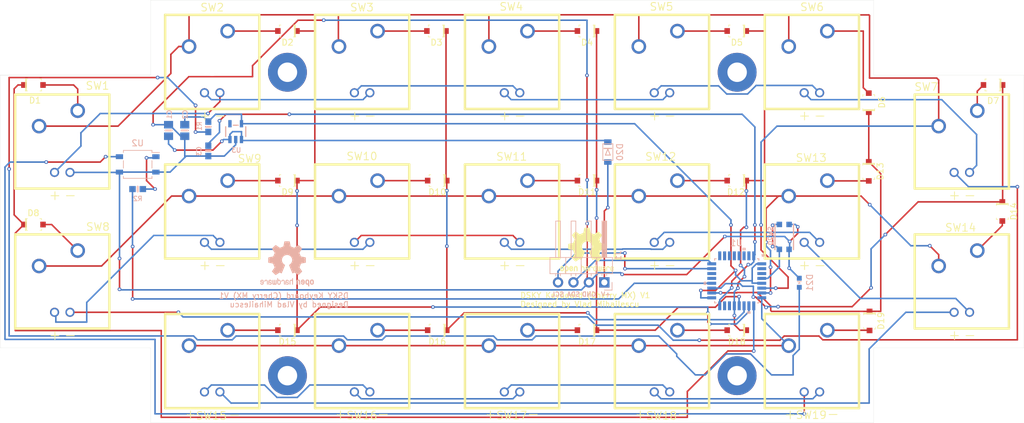
<source format=kicad_pcb>
(kicad_pcb (version 20171130) (host pcbnew "(5.1.9)-1")
  (title_block (title "DSKY Keyboard") (rev 1.0) (comment 2 creativecommons.org/licenses/by/4.0/) (comment 3 "License: CC BY 4.0") (comment 4 "Author: Vlad Mihailescu"))
  (layers (0 F.Cu signal) (31 B.Cu signal) (34 B.Paste user) (35 F.Paste user) (36 B.SilkS user) (37 F.SilkS user) (38 B.Mask user) (39 F.Mask user) (44 Edge.Cuts user))
  (net 0 "")
  (net 1 "Net-(C1-Pad1)")
  (net 2 GND)
  (net 3 +3V3)
  (net 4 "Net-(C3-Pad1)")
  (net 5 PA03)
  (net 6 "Net-(D1-Pad2)")
  (net 7 "Net-(D2-Pad2)")
  (net 8 PA04)
  (net 9 PA05)
  (net 10 "Net-(D3-Pad2)")
  (net 11 "Net-(D4-Pad2)")
  (net 12 PA06)
  (net 13 PA07)
  (net 14 "Net-(D5-Pad2)")
  (net 15 PA08)
  (net 16 "Net-(D6-Pad2)")
  (net 17 "Net-(D7-Pad2)")
  (net 18 PA09)
  (net 19 VBUS)
  (net 20 "Net-(D9-Pad2)")
  (net 21 "Net-(D10-Pad2)")
  (net 22 "Net-(D11-Pad2)")
  (net 23 "Net-(D12-Pad2)")
  (net 24 "Net-(D13-Pad2)")
  (net 25 "Net-(D14-Pad2)")
  (net 26 "Net-(D15-Pad2)")
  (net 27 "Net-(D16-Pad2)")
  (net 28 "Net-(D17-Pad2)")
  (net 29 "Net-(D18-Pad2)")
  (net 30 "Net-(D19-Pad2)")
  (net 31 "Net-(D21-Pad2)")
  (net 32 PA14)
  (net 33 PA13)
  (net 34 "Net-(R2-Pad1)")
  (net 35 "Net-(R2-Pad2)")
  (net 36 "Net-(SW1-PadLED+)")
  (net 37 PA00)
  (net 38 PA01)
  (net 39 PA02)
  (net 40 /~RESET)
  (net 41 "Net-(D8-Pad2)")
  (net 42 "Net-(U1-Pad2)")
  (net 43 "Net-(U1-Pad3)")
  (net 44 "Net-(U3-Pad4)")
  (net 45 "Net-(U1-Pad31)")
  (net 46 "Net-(U1-Pad30)")
  (net 47 "Net-(U1-Pad29)")
  (net 48 "Net-(U1-Pad28)")
  (net 49 "Net-(U1-Pad27)")
  (net 50 "Net-(U1-Pad26)")
  (net 51 "Net-(U1-Pad25)")
  (net 52 "Net-(U1-Pad22)")
  (net 53 "Net-(U1-Pad21)")
  (net 54 "Net-(U1-Pad15)")
  (net 55 "Net-(U1-Pad14)")
  (net 56 "Net-(SW7-PadLED+)")
  (net 57 "Net-(SW14-PadLED+)")
  (net 58 "Net-(SW19-PadLED+)")
  (net 59 "Net-(SW2-PadLED+)")
  (net 60 "Net-(SW3-PadLED+)")
  (net 61 "Net-(SW4-PadLED+)")
  (net 62 "Net-(SW5-PadLED+)")
  (net 63 "Net-(SW6-PadLED+)")
  (net 64 "Net-(SW8-PadLED+)")
  (net 65 "Net-(SW10-PadLED-)")
  (net 66 "Net-(SW10-PadLED+)")
  (net 67 "Net-(SW11-PadLED+)")
  (net 68 "Net-(SW12-PadLED+)")
  (net 69 "Net-(SW13-PadLED+)")
  (net 70 "Net-(SW15-PadLED+)")
  (net 71 "Net-(SW16-PadLED+)")
  (net 72 "Net-(SW17-PadLED+)")
  (net 73 "Net-(SW18-PadLED+)")
  (module "Trinket M0 rev D:CHERRYMX-NN-LED" (layer F.Cu) (at 71.0995 103.477)
    (fp_text reference SW8 (at 5.8625 -8.989) (layer F.SilkS) (effects (font (size 1.27 1.27))))
    (fp_text value SW_SPST_LED hide)
    (fp_text user + (at -2.3495 9.779) (layer F.SilkS) (effects (font (size 1.6891 1.6891) (thickness 0.14224)) (justify left bottom)))
    (fp_text user - (at 0.1905 9.779) (layer F.SilkS) (effects (font (size 1.6891 1.6891) (thickness 0.14224)) (justify left bottom)))
    (pad "" np_thru_hole circle (at -5.08 0) (size 1.7526 1.7526) (drill 1.7526) (layers *.Cu *.Mask))
    (pad "" np_thru_hole circle (at 5.08 0) (size 1.7526 1.7526) (drill 1.7526) (layers *.Cu *.Mask))
    (pad "" np_thru_hole circle (at 0 0) (size 4.0894 4.0894) (drill 4.0894) (layers *.Cu *.Mask))
    (pad SIDE thru_hole circle (at -3.81 -2.54) (size 2.4 2.4) (drill 1.6) (layers *.Cu *.Mask) (net 38 PA01))
    (pad UP thru_hole circle (at 2.54 -5.08) (size 2.4 2.4) (drill 1.6) (layers *.Cu *.Mask) (net 41 "Net-(D8-Pad2)"))
    (pad LED- thru_hole circle (at 1.27 5.08) (size 1.508 1.508) (drill 1) (layers *.Cu *.Mask) (net 56 "Net-(SW7-PadLED+)"))
    (pad LED+ thru_hole circle (at -1.27 5.08) (size 1.508 1.508) (drill 1) (layers *.Cu *.Mask) (net 64 "Net-(SW8-PadLED+)"))
  )
  (module MountingHole:MountingHole_3.2mm_M3_Pad (layer F.Cu) (at 108.1405 118.999)
    (fp_text reference J4 hide)
    (fp_text value MOUNTINGHOLE3.0 hide)
    (pad 1 thru_hole circle (at 0 0) (size 6.4 6.4) (drill 3.2) (layers *.Cu *.Mask))
  )
  (module Package_SO:SO-4_4.4x4.3mm_P2.54mm (layer B.Cu) (at 83.5025 84.201 180)
    (fp_text reference U2 (at 0 3.5) (layer B.SilkS) (effects (justify mirror)))
    (fp_text value AQY232SZ)
    (pad 4 smd rect (at 3 1.27 270) (size 0.8 1.2) (layers B.Cu B.Paste B.Mask) (net 58 "Net-(SW19-PadLED+)"))
    (pad 1 smd rect (at -3 1.27 270) (size 0.8 1.2) (layers B.Cu B.Paste B.Mask) (net 34 "Net-(R2-Pad1)"))
    (pad 2 smd rect (at -3 -1.27 270) (size 0.8 1.2) (layers B.Cu B.Paste B.Mask) (net 2 GND))
    (pad 3 smd rect (at 3 -1.27 270) (size 0.8 1.2) (layers B.Cu B.Paste B.Mask) (net 2 GND))
  )
  (module "Trinket M0 rev D:CHERRYMX-NN-LED" (layer F.Cu) (at 95.7633 116.593)
    (fp_text reference SW15 (at -0.1323 9.01) (layer F.SilkS) (effects (font (size 1.27 1.27))))
    (fp_text value SW_SPST_LED hide)
    (fp_text user + (at -4.7043 9.7085) (layer F.SilkS) (effects (font (size 1.6891 1.6891) (thickness 0.14224)) (justify left bottom)))
    (fp_text user - (at 2.5347 9.772) (layer F.SilkS) (effects (font (size 1.6891 1.6891) (thickness 0.14224)) (justify left bottom)))
    (pad "" np_thru_hole circle (at -5.08 0) (size 1.7526 1.7526) (drill 1.7526) (layers *.Cu *.Mask))
    (pad "" np_thru_hole circle (at 5.08 0) (size 1.7526 1.7526) (drill 1.7526) (layers *.Cu *.Mask))
    (pad "" np_thru_hole circle (at 0 0) (size 4.0894 4.0894) (drill 4.0894) (layers *.Cu *.Mask))
    (pad SIDE thru_hole circle (at -3.81 -2.54) (size 2.4 2.4) (drill 1.6) (layers *.Cu *.Mask) (net 39 PA02))
    (pad UP thru_hole circle (at 2.54 -5.08) (size 2.4 2.4) (drill 1.6) (layers *.Cu *.Mask) (net 26 "Net-(D15-Pad2)"))
    (pad LED- thru_hole circle (at 1.27 5.08) (size 1.508 1.508) (drill 1) (layers *.Cu *.Mask) (net 57 "Net-(SW14-PadLED+)"))
    (pad LED+ thru_hole circle (at -1.27 5.08) (size 1.508 1.508) (drill 1) (layers *.Cu *.Mask) (net 70 "Net-(SW15-PadLED+)"))
  )
  (module "Trinket M0 rev D:CHERRYMX-NN-LED" (layer F.Cu) (at 194.4185 116.593)
    (fp_text reference SW19 (at -0.1085 8.883) (layer F.SilkS) (effects (font (size 1.27 1.27))))
    (fp_text value SW_SPST_LED hide)
    (fp_text user + (at -4.699 9.7155) (layer F.SilkS) (effects (font (size 1.6891 1.6891) (thickness 0.14224)) (justify left bottom)))
    (fp_text user - (at 2.3495 9.652) (layer F.SilkS) (effects (font (size 1.6891 1.6891) (thickness 0.14224)) (justify left bottom)))
    (pad "" np_thru_hole circle (at -5.08 0) (size 1.7526 1.7526) (drill 1.7526) (layers *.Cu *.Mask))
    (pad "" np_thru_hole circle (at 5.08 0) (size 1.7526 1.7526) (drill 1.7526) (layers *.Cu *.Mask))
    (pad "" np_thru_hole circle (at 0 0) (size 4.0894 4.0894) (drill 4.0894) (layers *.Cu *.Mask))
    (pad SIDE thru_hole circle (at -3.81 -2.54) (size 2.4 2.4) (drill 1.6) (layers *.Cu *.Mask) (net 39 PA02))
    (pad UP thru_hole circle (at 2.54 -5.08) (size 2.4 2.4) (drill 1.6) (layers *.Cu *.Mask) (net 30 "Net-(D19-Pad2)"))
    (pad LED- thru_hole circle (at 1.27 5.08) (size 1.508 1.508) (drill 1) (layers *.Cu *.Mask) (net 73 "Net-(SW18-PadLED+)"))
    (pad LED+ thru_hole circle (at -1.27 5.08) (size 1.508 1.508) (drill 1) (layers *.Cu *.Mask) (net 58 "Net-(SW19-PadLED+)"))
  )
  (module "Trinket M0 rev D:CHERRYMX-NN-LED" (layer F.Cu) (at 219.0825 103.477)
    (fp_text reference SW14 (at -0.198 -8.862) (layer F.SilkS) (effects (font (size 1.27 1.27))))
    (fp_text value SW_SPST_LED hide)
    (fp_text user + (at -2.3495 9.779) (layer F.SilkS) (effects (font (size 1.6891 1.6891) (thickness 0.14224)) (justify left bottom)))
    (fp_text user - (at 0.1905 9.779) (layer F.SilkS) (effects (font (size 1.6891 1.6891) (thickness 0.14224)) (justify left bottom)))
    (pad "" np_thru_hole circle (at -5.08 0) (size 1.7526 1.7526) (drill 1.7526) (layers *.Cu *.Mask))
    (pad "" np_thru_hole circle (at 5.08 0) (size 1.7526 1.7526) (drill 1.7526) (layers *.Cu *.Mask))
    (pad "" np_thru_hole circle (at 0 0) (size 4.0894 4.0894) (drill 4.0894) (layers *.Cu *.Mask))
    (pad SIDE thru_hole circle (at -3.81 -2.54) (size 2.4 2.4) (drill 1.6) (layers *.Cu *.Mask) (net 38 PA01))
    (pad UP thru_hole circle (at 2.54 -5.08) (size 2.4 2.4) (drill 1.6) (layers *.Cu *.Mask) (net 25 "Net-(D14-Pad2)"))
    (pad LED- thru_hole circle (at 1.27 5.08) (size 1.508 1.508) (drill 1) (layers *.Cu *.Mask) (net 69 "Net-(SW13-PadLED+)"))
    (pad LED+ thru_hole circle (at -1.27 5.08) (size 1.508 1.508) (drill 1) (layers *.Cu *.Mask) (net 57 "Net-(SW14-PadLED+)"))
  )
  (module "Trinket M0 rev D:CHERRYMX-NN-LED" (layer F.Cu) (at 169.7547 67.323)
    (fp_text reference SW5 (at -0.0827 -9.0935) (layer F.SilkS) (effects (font (size 1.27 1.27))))
    (fp_text value SW_SPST_LED hide)
    (fp_text user + (at -2.3495 9.779) (layer F.SilkS) (effects (font (size 1.6891 1.6891) (thickness 0.14224)) (justify left bottom)))
    (fp_text user - (at 0.1905 9.779) (layer F.SilkS) (effects (font (size 1.6891 1.6891) (thickness 0.14224)) (justify left bottom)))
    (pad "" np_thru_hole circle (at -5.08 0) (size 1.7526 1.7526) (drill 1.7526) (layers *.Cu *.Mask))
    (pad "" np_thru_hole circle (at 5.08 0) (size 1.7526 1.7526) (drill 1.7526) (layers *.Cu *.Mask))
    (pad "" np_thru_hole circle (at 0 0) (size 4.0894 4.0894) (drill 4.0894) (layers *.Cu *.Mask))
    (pad SIDE thru_hole circle (at -3.81 -2.54) (size 2.4 2.4) (drill 1.6) (layers *.Cu *.Mask) (net 37 PA00))
    (pad UP thru_hole circle (at 2.54 -5.08) (size 2.4 2.4) (drill 1.6) (layers *.Cu *.Mask) (net 14 "Net-(D5-Pad2)"))
    (pad LED- thru_hole circle (at 1.27 5.08) (size 1.508 1.508) (drill 1) (layers *.Cu *.Mask) (net 61 "Net-(SW4-PadLED+)"))
    (pad LED+ thru_hole circle (at -1.27 5.08) (size 1.508 1.508) (drill 1) (layers *.Cu *.Mask) (net 62 "Net-(SW5-PadLED+)"))
  )
  (module Symbol:OSHW-Logo2_9.8x8mm_SilkScreen (layer B.Cu) (at 108.077 100.584 180)
    (fp_text reference REF1 hide)
    (fp_text value OSHW-Logo2_9.8x8mm_SilkScreen hide)
  )
  (module "Trinket M0 rev D:CHERRYMX-NN-LED" (layer F.Cu) (at 95.7633 67.323)
    (fp_text reference SW2 (at 0 -8.9665) (layer F.SilkS) (effects (font (size 1.27 1.27))))
    (fp_text value SW_SPST_LED hide)
    (fp_text user + (at -2.3495 9.779) (layer F.SilkS) (effects (font (size 1.6891 1.6891) (thickness 0.14224)) (justify left bottom)))
    (fp_text user - (at 0.1905 9.779) (layer F.SilkS) (effects (font (size 1.6891 1.6891) (thickness 0.14224)) (justify left bottom)))
    (pad "" np_thru_hole circle (at -5.08 0) (size 1.7526 1.7526) (drill 1.7526) (layers *.Cu *.Mask))
    (pad "" np_thru_hole circle (at 5.08 0) (size 1.7526 1.7526) (drill 1.7526) (layers *.Cu *.Mask))
    (pad "" np_thru_hole circle (at 0 0) (size 4.0894 4.0894) (drill 4.0894) (layers *.Cu *.Mask))
    (pad SIDE thru_hole circle (at -3.81 -2.54) (size 2.4 2.4) (drill 1.6) (layers *.Cu *.Mask) (net 37 PA00))
    (pad UP thru_hole circle (at 2.54 -5.08) (size 2.4 2.4) (drill 1.6) (layers *.Cu *.Mask) (net 7 "Net-(D2-Pad2)"))
    (pad LED- thru_hole circle (at 1.27 5.08) (size 1.508 1.508) (drill 1) (layers *.Cu *.Mask) (net 36 "Net-(SW1-PadLED+)"))
    (pad LED+ thru_hole circle (at -1.27 5.08) (size 1.508 1.508) (drill 1) (layers *.Cu *.Mask) (net 59 "Net-(SW2-PadLED+)"))
  )
  (module MountingHole:MountingHole_3.2mm_M3_Pad (layer F.Cu) (at 182.118 118.999)
    (fp_text reference J5 hide)
    (fp_text value MOUNTINGHOLE3.0 hide)
    (pad 1 thru_hole circle (at 0 0) (size 6.4 6.4) (drill 3.2) (layers *.Cu *.Mask))
  )
  (module MountingHole:MountingHole_3.2mm_M3_Pad (layer F.Cu) (at 182.118 69.0245)
    (fp_text reference J3 hide)
    (fp_text value MOUNTINGHOLE3.0 hide)
    (pad 1 thru_hole circle (at 0 0) (size 6.4 6.4) (drill 3.2) (layers *.Cu *.Mask))
  )
  (module MountingHole:MountingHole_3.2mm_M3_Pad (layer F.Cu) (at 108.1405 69.0245)
    (fp_text reference J2 hide)
    (fp_text value MOUNTINGHOLE3.0 hide)
    (pad 1 thru_hole circle (at 0 0) (size 6.4 6.4) (drill 3.2) (layers *.Cu *.Mask))
  )
  (module Symbol:OSHW-Logo2_9.8x8mm_SilkScreen (layer F.Cu) (at 157.4165 98.3615)
    (fp_text reference REF1 hide)
    (fp_text value OSHW-Logo2_9.8x8mm_SilkScreen hide)
  )
  (module "Trinket M0 rev D:CHERRYMX-NN-LED" (layer F.Cu) (at 71.0995 80.439)
    (fp_text reference SW1 (at 5.799 -9.192) (layer F.SilkS) (effects (font (size 1.27 1.27))))
    (fp_text value SW_SPST_LED hide)
    (fp_text user + (at -2.3495 9.779) (layer F.SilkS) (effects (font (size 1.6891 1.6891) (thickness 0.14224)) (justify left bottom)))
    (fp_text user - (at 0.1905 9.779) (layer F.SilkS) (effects (font (size 1.6891 1.6891) (thickness 0.14224)) (justify left bottom)))
    (pad "" np_thru_hole circle (at -5.08 0) (size 1.7526 1.7526) (drill 1.7526) (layers *.Cu *.Mask))
    (pad "" np_thru_hole circle (at 5.08 0) (size 1.7526 1.7526) (drill 1.7526) (layers *.Cu *.Mask))
    (pad "" np_thru_hole circle (at 0 0) (size 4.0894 4.0894) (drill 4.0894) (layers *.Cu *.Mask))
    (pad SIDE thru_hole circle (at -3.81 -2.54) (size 2.4 2.4) (drill 1.6) (layers *.Cu *.Mask) (net 37 PA00))
    (pad UP thru_hole circle (at 2.54 -5.08) (size 2.4 2.4) (drill 1.6) (layers *.Cu *.Mask) (net 6 "Net-(D1-Pad2)"))
    (pad LED- thru_hole circle (at 1.27 5.08) (size 1.508 1.508) (drill 1) (layers *.Cu *.Mask) (net 2 GND))
    (pad LED+ thru_hole circle (at -1.27 5.08) (size 1.508 1.508) (drill 1) (layers *.Cu *.Mask) (net 36 "Net-(SW1-PadLED+)"))
  )
  (module "Trinket M0 rev D:CHERRYMX-NN-LED" (layer F.Cu) (at 169.7547 116.593)
    (fp_text reference SW18 (at -0.0827 9.01) (layer F.SilkS) (effects (font (size 1.27 1.27))))
    (fp_text value SW_SPST_LED hide)
    (fp_text user + (at -4.699 9.7155) (layer F.SilkS) (effects (font (size 1.6891 1.6891) (thickness 0.14224)) (justify left bottom)))
    (fp_text user - (at 2.3495 9.652) (layer F.SilkS) (effects (font (size 1.6891 1.6891) (thickness 0.14224)) (justify left bottom)))
    (pad "" np_thru_hole circle (at -5.08 0) (size 1.7526 1.7526) (drill 1.7526) (layers *.Cu *.Mask))
    (pad "" np_thru_hole circle (at 5.08 0) (size 1.7526 1.7526) (drill 1.7526) (layers *.Cu *.Mask))
    (pad "" np_thru_hole circle (at 0 0) (size 4.0894 4.0894) (drill 4.0894) (layers *.Cu *.Mask))
    (pad SIDE thru_hole circle (at -3.81 -2.54) (size 2.4 2.4) (drill 1.6) (layers *.Cu *.Mask) (net 39 PA02))
    (pad UP thru_hole circle (at 2.54 -5.08) (size 2.4 2.4) (drill 1.6) (layers *.Cu *.Mask) (net 29 "Net-(D18-Pad2)"))
    (pad LED- thru_hole circle (at 1.27 5.08) (size 1.508 1.508) (drill 1) (layers *.Cu *.Mask) (net 72 "Net-(SW17-PadLED+)"))
    (pad LED+ thru_hole circle (at -1.27 5.08) (size 1.508 1.508) (drill 1) (layers *.Cu *.Mask) (net 73 "Net-(SW18-PadLED+)"))
  )
  (module "Trinket M0 rev D:CHERRYMX-NN-LED" (layer F.Cu) (at 145.0909 116.593)
    (fp_text reference SW17 (at -0.0569 8.9465) (layer F.SilkS) (effects (font (size 1.27 1.27))))
    (fp_text value SW_SPST_LED hide)
    (fp_text user + (at -4.699 9.7155) (layer F.SilkS) (effects (font (size 1.6891 1.6891) (thickness 0.14224)) (justify left bottom)))
    (fp_text user - (at 2.3495 9.652) (layer F.SilkS) (effects (font (size 1.6891 1.6891) (thickness 0.14224)) (justify left bottom)))
    (pad "" np_thru_hole circle (at -5.08 0) (size 1.7526 1.7526) (drill 1.7526) (layers *.Cu *.Mask))
    (pad "" np_thru_hole circle (at 5.08 0) (size 1.7526 1.7526) (drill 1.7526) (layers *.Cu *.Mask))
    (pad "" np_thru_hole circle (at 0 0) (size 4.0894 4.0894) (drill 4.0894) (layers *.Cu *.Mask))
    (pad SIDE thru_hole circle (at -3.81 -2.54) (size 2.4 2.4) (drill 1.6) (layers *.Cu *.Mask) (net 39 PA02))
    (pad UP thru_hole circle (at 2.54 -5.08) (size 2.4 2.4) (drill 1.6) (layers *.Cu *.Mask) (net 28 "Net-(D17-Pad2)"))
    (pad LED- thru_hole circle (at 1.27 5.08) (size 1.508 1.508) (drill 1) (layers *.Cu *.Mask) (net 71 "Net-(SW16-PadLED+)"))
    (pad LED+ thru_hole circle (at -1.27 5.08) (size 1.508 1.508) (drill 1) (layers *.Cu *.Mask) (net 72 "Net-(SW17-PadLED+)"))
  )
  (module "Trinket M0 rev D:CHERRYMX-NN-LED" (layer F.Cu) (at 120.4271 116.593)
    (fp_text reference SW16 (at -0.0311 8.9465) (layer F.SilkS) (effects (font (size 1.27 1.27))))
    (fp_text value SW_SPST_LED hide)
    (fp_text user + (at -4.699 9.7155) (layer F.SilkS) (effects (font (size 1.6891 1.6891) (thickness 0.14224)) (justify left bottom)))
    (fp_text user - (at 2.3495 9.652) (layer F.SilkS) (effects (font (size 1.6891 1.6891) (thickness 0.14224)) (justify left bottom)))
    (pad "" np_thru_hole circle (at -5.08 0) (size 1.7526 1.7526) (drill 1.7526) (layers *.Cu *.Mask))
    (pad "" np_thru_hole circle (at 5.08 0) (size 1.7526 1.7526) (drill 1.7526) (layers *.Cu *.Mask))
    (pad "" np_thru_hole circle (at 0 0) (size 4.0894 4.0894) (drill 4.0894) (layers *.Cu *.Mask))
    (pad SIDE thru_hole circle (at -3.81 -2.54) (size 2.4 2.4) (drill 1.6) (layers *.Cu *.Mask) (net 39 PA02))
    (pad UP thru_hole circle (at 2.54 -5.08) (size 2.4 2.4) (drill 1.6) (layers *.Cu *.Mask) (net 27 "Net-(D16-Pad2)"))
    (pad LED- thru_hole circle (at 1.27 5.08) (size 1.508 1.508) (drill 1) (layers *.Cu *.Mask) (net 70 "Net-(SW15-PadLED+)"))
    (pad LED+ thru_hole circle (at -1.27 5.08) (size 1.508 1.508) (drill 1) (layers *.Cu *.Mask) (net 71 "Net-(SW16-PadLED+)"))
  )
  (module "Trinket M0 rev D:CHERRYMX-NN-LED" (layer F.Cu) (at 194.4185 91.958)
    (fp_text reference SW13 (at -0.1085 -8.8365) (layer F.SilkS) (effects (font (size 1.27 1.27))))
    (fp_text value SW_SPST_LED hide)
    (fp_text user + (at -2.3495 9.779) (layer F.SilkS) (effects (font (size 1.6891 1.6891) (thickness 0.14224)) (justify left bottom)))
    (fp_text user - (at 0.1905 9.779) (layer F.SilkS) (effects (font (size 1.6891 1.6891) (thickness 0.14224)) (justify left bottom)))
    (pad "" np_thru_hole circle (at -5.08 0) (size 1.7526 1.7526) (drill 1.7526) (layers *.Cu *.Mask))
    (pad "" np_thru_hole circle (at 5.08 0) (size 1.7526 1.7526) (drill 1.7526) (layers *.Cu *.Mask))
    (pad "" np_thru_hole circle (at 0 0) (size 4.0894 4.0894) (drill 4.0894) (layers *.Cu *.Mask))
    (pad SIDE thru_hole circle (at -3.81 -2.54) (size 2.4 2.4) (drill 1.6) (layers *.Cu *.Mask) (net 38 PA01))
    (pad UP thru_hole circle (at 2.54 -5.08) (size 2.4 2.4) (drill 1.6) (layers *.Cu *.Mask) (net 24 "Net-(D13-Pad2)"))
    (pad LED- thru_hole circle (at 1.27 5.08) (size 1.508 1.508) (drill 1) (layers *.Cu *.Mask) (net 68 "Net-(SW12-PadLED+)"))
    (pad LED+ thru_hole circle (at -1.27 5.08) (size 1.508 1.508) (drill 1) (layers *.Cu *.Mask) (net 69 "Net-(SW13-PadLED+)"))
  )
  (module "Trinket M0 rev D:CHERRYMX-NN-LED" (layer F.Cu) (at 169.7547 91.958)
    (fp_text reference SW12 (at -0.2097 -9.027) (layer F.SilkS) (effects (font (size 1.27 1.27))))
    (fp_text value SW_SPST_LED hide)
    (fp_text user + (at -2.3495 9.779) (layer F.SilkS) (effects (font (size 1.6891 1.6891) (thickness 0.14224)) (justify left bottom)))
    (fp_text user - (at 0.1905 9.779) (layer F.SilkS) (effects (font (size 1.6891 1.6891) (thickness 0.14224)) (justify left bottom)))
    (pad "" np_thru_hole circle (at -5.08 0) (size 1.7526 1.7526) (drill 1.7526) (layers *.Cu *.Mask))
    (pad "" np_thru_hole circle (at 5.08 0) (size 1.7526 1.7526) (drill 1.7526) (layers *.Cu *.Mask))
    (pad "" np_thru_hole circle (at 0 0) (size 4.0894 4.0894) (drill 4.0894) (layers *.Cu *.Mask))
    (pad SIDE thru_hole circle (at -3.81 -2.54) (size 2.4 2.4) (drill 1.6) (layers *.Cu *.Mask) (net 38 PA01))
    (pad UP thru_hole circle (at 2.54 -5.08) (size 2.4 2.4) (drill 1.6) (layers *.Cu *.Mask) (net 23 "Net-(D12-Pad2)"))
    (pad LED- thru_hole circle (at 1.27 5.08) (size 1.508 1.508) (drill 1) (layers *.Cu *.Mask) (net 67 "Net-(SW11-PadLED+)"))
    (pad LED+ thru_hole circle (at -1.27 5.08) (size 1.508 1.508) (drill 1) (layers *.Cu *.Mask) (net 68 "Net-(SW12-PadLED+)"))
  )
  (module "Trinket M0 rev D:CHERRYMX-NN-LED" (layer F.Cu) (at 145.0909 91.958)
    (fp_text reference SW11 (at -0.0569 -9.027) (layer F.SilkS) (effects (font (size 1.27 1.27))))
    (fp_text value SW_SPST_LED hide)
    (fp_text user + (at -2.3495 9.779) (layer F.SilkS) (effects (font (size 1.6891 1.6891) (thickness 0.14224)) (justify left bottom)))
    (fp_text user - (at 0.1905 9.779) (layer F.SilkS) (effects (font (size 1.6891 1.6891) (thickness 0.14224)) (justify left bottom)))
    (pad "" np_thru_hole circle (at -5.08 0) (size 1.7526 1.7526) (drill 1.7526) (layers *.Cu *.Mask))
    (pad "" np_thru_hole circle (at 5.08 0) (size 1.7526 1.7526) (drill 1.7526) (layers *.Cu *.Mask))
    (pad "" np_thru_hole circle (at 0 0) (size 4.0894 4.0894) (drill 4.0894) (layers *.Cu *.Mask))
    (pad SIDE thru_hole circle (at -3.81 -2.54) (size 2.4 2.4) (drill 1.6) (layers *.Cu *.Mask) (net 38 PA01))
    (pad UP thru_hole circle (at 2.54 -5.08) (size 2.4 2.4) (drill 1.6) (layers *.Cu *.Mask) (net 22 "Net-(D11-Pad2)"))
    (pad LED- thru_hole circle (at 1.27 5.08) (size 1.508 1.508) (drill 1) (layers *.Cu *.Mask) (net 66 "Net-(SW10-PadLED+)"))
    (pad LED+ thru_hole circle (at -1.27 5.08) (size 1.508 1.508) (drill 1) (layers *.Cu *.Mask) (net 67 "Net-(SW11-PadLED+)"))
  )
  (module "Trinket M0 rev D:CHERRYMX-NN-LED" (layer F.Cu) (at 120.4271 91.958)
    (fp_text reference SW10 (at -0.0311 -9.0905) (layer F.SilkS) (effects (font (size 1.27 1.27))))
    (fp_text value SW_SPST_LED hide)
    (fp_text user + (at -2.3495 9.779) (layer F.SilkS) (effects (font (size 1.6891 1.6891) (thickness 0.14224)) (justify left bottom)))
    (fp_text user - (at 0.1905 9.779) (layer F.SilkS) (effects (font (size 1.6891 1.6891) (thickness 0.14224)) (justify left bottom)))
    (pad "" np_thru_hole circle (at -5.08 0) (size 1.7526 1.7526) (drill 1.7526) (layers *.Cu *.Mask))
    (pad "" np_thru_hole circle (at 5.08 0) (size 1.7526 1.7526) (drill 1.7526) (layers *.Cu *.Mask))
    (pad "" np_thru_hole circle (at 0 0) (size 4.0894 4.0894) (drill 4.0894) (layers *.Cu *.Mask))
    (pad SIDE thru_hole circle (at -3.81 -2.54) (size 2.4 2.4) (drill 1.6) (layers *.Cu *.Mask) (net 38 PA01))
    (pad UP thru_hole circle (at 2.54 -5.08) (size 2.4 2.4) (drill 1.6) (layers *.Cu *.Mask) (net 21 "Net-(D10-Pad2)"))
    (pad LED- thru_hole circle (at 1.27 5.08) (size 1.508 1.508) (drill 1) (layers *.Cu *.Mask) (net 65 "Net-(SW10-PadLED-)"))
    (pad LED+ thru_hole circle (at -1.27 5.08) (size 1.508 1.508) (drill 1) (layers *.Cu *.Mask) (net 66 "Net-(SW10-PadLED+)"))
  )
  (module "Trinket M0 rev D:CHERRYMX-NN-LED" (layer F.Cu) (at 95.7633 91.958)
    (fp_text reference SW9 (at 6.1542 -8.7095) (layer F.SilkS) (effects (font (size 1.27 1.27))))
    (fp_text value SW_SPST_LED hide)
    (fp_text user + (at -2.3495 9.779) (layer F.SilkS) (effects (font (size 1.6891 1.6891) (thickness 0.14224)) (justify left bottom)))
    (fp_text user - (at 0.1905 9.779) (layer F.SilkS) (effects (font (size 1.6891 1.6891) (thickness 0.14224)) (justify left bottom)))
    (pad "" np_thru_hole circle (at -5.08 0) (size 1.7526 1.7526) (drill 1.7526) (layers *.Cu *.Mask))
    (pad "" np_thru_hole circle (at 5.08 0) (size 1.7526 1.7526) (drill 1.7526) (layers *.Cu *.Mask))
    (pad "" np_thru_hole circle (at 0 0) (size 4.0894 4.0894) (drill 4.0894) (layers *.Cu *.Mask))
    (pad SIDE thru_hole circle (at -3.81 -2.54) (size 2.4 2.4) (drill 1.6) (layers *.Cu *.Mask) (net 38 PA01))
    (pad UP thru_hole circle (at 2.54 -5.08) (size 2.4 2.4) (drill 1.6) (layers *.Cu *.Mask) (net 20 "Net-(D9-Pad2)"))
    (pad LED- thru_hole circle (at 1.27 5.08) (size 1.508 1.508) (drill 1) (layers *.Cu *.Mask) (net 64 "Net-(SW8-PadLED+)"))
    (pad LED+ thru_hole circle (at -1.27 5.08) (size 1.508 1.508) (drill 1) (layers *.Cu *.Mask) (net 65 "Net-(SW10-PadLED-)"))
  )
  (module "Trinket M0 rev D:CHERRYMX-NN-LED" (layer F.Cu) (at 219.0825 80.439)
    (fp_text reference SW7 (at -5.8495 -9.0015) (layer F.SilkS) (effects (font (size 1.27 1.27))))
    (fp_text value SW_SPST_LED hide)
    (fp_text user + (at -2.3495 9.779) (layer F.SilkS) (effects (font (size 1.6891 1.6891) (thickness 0.14224)) (justify left bottom)))
    (fp_text user - (at 0.1905 9.779) (layer F.SilkS) (effects (font (size 1.6891 1.6891) (thickness 0.14224)) (justify left bottom)))
    (pad "" np_thru_hole circle (at -5.08 0) (size 1.7526 1.7526) (drill 1.7526) (layers *.Cu *.Mask))
    (pad "" np_thru_hole circle (at 5.08 0) (size 1.7526 1.7526) (drill 1.7526) (layers *.Cu *.Mask))
    (pad "" np_thru_hole circle (at 0 0) (size 4.0894 4.0894) (drill 4.0894) (layers *.Cu *.Mask))
    (pad SIDE thru_hole circle (at -3.81 -2.54) (size 2.4 2.4) (drill 1.6) (layers *.Cu *.Mask) (net 37 PA00))
    (pad UP thru_hole circle (at 2.54 -5.08) (size 2.4 2.4) (drill 1.6) (layers *.Cu *.Mask) (net 17 "Net-(D7-Pad2)"))
    (pad LED- thru_hole circle (at 1.27 5.08) (size 1.508 1.508) (drill 1) (layers *.Cu *.Mask) (net 63 "Net-(SW6-PadLED+)"))
    (pad LED+ thru_hole circle (at -1.27 5.08) (size 1.508 1.508) (drill 1) (layers *.Cu *.Mask) (net 56 "Net-(SW7-PadLED+)"))
  )
  (module "Trinket M0 rev D:CHERRYMX-NN-LED" (layer F.Cu) (at 194.4185 67.323)
    (fp_text reference SW6 (at 0.0185 -9.03) (layer F.SilkS) (effects (font (size 1.27 1.27))))
    (fp_text value SW_SPST_LED hide)
    (fp_text user + (at -2.3495 9.779) (layer F.SilkS) (effects (font (size 1.6891 1.6891) (thickness 0.14224)) (justify left bottom)))
    (fp_text user - (at 0.1905 9.779) (layer F.SilkS) (effects (font (size 1.6891 1.6891) (thickness 0.14224)) (justify left bottom)))
    (pad "" np_thru_hole circle (at -5.08 0) (size 1.7526 1.7526) (drill 1.7526) (layers *.Cu *.Mask))
    (pad "" np_thru_hole circle (at 5.08 0) (size 1.7526 1.7526) (drill 1.7526) (layers *.Cu *.Mask))
    (pad "" np_thru_hole circle (at 0 0) (size 4.0894 4.0894) (drill 4.0894) (layers *.Cu *.Mask))
    (pad SIDE thru_hole circle (at -3.81 -2.54) (size 2.4 2.4) (drill 1.6) (layers *.Cu *.Mask) (net 37 PA00))
    (pad UP thru_hole circle (at 2.54 -5.08) (size 2.4 2.4) (drill 1.6) (layers *.Cu *.Mask) (net 16 "Net-(D6-Pad2)"))
    (pad LED- thru_hole circle (at 1.27 5.08) (size 1.508 1.508) (drill 1) (layers *.Cu *.Mask) (net 62 "Net-(SW5-PadLED+)"))
    (pad LED+ thru_hole circle (at -1.27 5.08) (size 1.508 1.508) (drill 1) (layers *.Cu *.Mask) (net 63 "Net-(SW6-PadLED+)"))
  )
  (module "Trinket M0 rev D:CHERRYMX-NN-LED" (layer F.Cu) (at 145.0909 67.323)
    (fp_text reference SW4 (at -0.1204 -9.0935) (layer F.SilkS) (effects (font (size 1.27 1.27))))
    (fp_text value SW_SPST_LED hide)
    (fp_text user + (at -2.3495 9.779) (layer F.SilkS) (effects (font (size 1.6891 1.6891) (thickness 0.14224)) (justify left bottom)))
    (fp_text user - (at 0.1905 9.779) (layer F.SilkS) (effects (font (size 1.6891 1.6891) (thickness 0.14224)) (justify left bottom)))
    (pad "" np_thru_hole circle (at -5.08 0) (size 1.7526 1.7526) (drill 1.7526) (layers *.Cu *.Mask))
    (pad "" np_thru_hole circle (at 5.08 0) (size 1.7526 1.7526) (drill 1.7526) (layers *.Cu *.Mask))
    (pad "" np_thru_hole circle (at 0 0) (size 4.0894 4.0894) (drill 4.0894) (layers *.Cu *.Mask))
    (pad SIDE thru_hole circle (at -3.81 -2.54) (size 2.4 2.4) (drill 1.6) (layers *.Cu *.Mask) (net 37 PA00))
    (pad UP thru_hole circle (at 2.54 -5.08) (size 2.4 2.4) (drill 1.6) (layers *.Cu *.Mask) (net 11 "Net-(D4-Pad2)"))
    (pad LED- thru_hole circle (at 1.27 5.08) (size 1.508 1.508) (drill 1) (layers *.Cu *.Mask) (net 60 "Net-(SW3-PadLED+)"))
    (pad LED+ thru_hole circle (at -1.27 5.08) (size 1.508 1.508) (drill 1) (layers *.Cu *.Mask) (net 61 "Net-(SW4-PadLED+)"))
  )
  (module "Trinket M0 rev D:CHERRYMX-NN-LED" (layer F.Cu) (at 120.4271 67.323)
    (fp_text reference SW3 (at -0.0311 -8.9665) (layer F.SilkS) (effects (font (size 1.27 1.27))))
    (fp_text value SW_SPST_LED hide)
    (fp_text user + (at -2.3495 9.779) (layer F.SilkS) (effects (font (size 1.6891 1.6891) (thickness 0.14224)) (justify left bottom)))
    (fp_text user - (at 0.1905 9.779) (layer F.SilkS) (effects (font (size 1.6891 1.6891) (thickness 0.14224)) (justify left bottom)))
    (pad "" np_thru_hole circle (at -5.08 0) (size 1.7526 1.7526) (drill 1.7526) (layers *.Cu *.Mask))
    (pad "" np_thru_hole circle (at 5.08 0) (size 1.7526 1.7526) (drill 1.7526) (layers *.Cu *.Mask))
    (pad "" np_thru_hole circle (at 0 0) (size 4.0894 4.0894) (drill 4.0894) (layers *.Cu *.Mask))
    (pad SIDE thru_hole circle (at -3.81 -2.54) (size 2.4 2.4) (drill 1.6) (layers *.Cu *.Mask) (net 37 PA00))
    (pad UP thru_hole circle (at 2.54 -5.08) (size 2.4 2.4) (drill 1.6) (layers *.Cu *.Mask) (net 10 "Net-(D3-Pad2)"))
    (pad LED- thru_hole circle (at 1.27 5.08) (size 1.508 1.508) (drill 1) (layers *.Cu *.Mask) (net 59 "Net-(SW2-PadLED+)"))
    (pad LED+ thru_hole circle (at -1.27 5.08) (size 1.508 1.508) (drill 1) (layers *.Cu *.Mask) (net 60 "Net-(SW3-PadLED+)"))
  )
  (module "Trinket M0 rev D:SOT23-5" (layer B.Cu) (at 99.6315 78.8035 180)
    (fp_text reference U3 (at 0.762 -2.6035 180) (layer B.SilkS) (effects (font (size 0.77216 0.77216) (thickness 0.138988)) (justify right top mirror)))
    (fp_text value AP2112K-3.3)
    (pad 5 smd rect (at -0.95 1.3001 180) (size 0.55 1.2) (layers B.Cu B.Paste B.Mask) (net 3 +3V3))
    (pad 4 smd rect (at 0.95 1.3001 180) (size 0.55 1.2) (layers B.Cu B.Paste B.Mask) (net 44 "Net-(U3-Pad4)"))
    (pad 3 smd rect (at 0.95 -1.3001 180) (size 0.55 1.2) (layers B.Cu B.Paste B.Mask) (net 1 "Net-(C1-Pad1)"))
    (pad 2 smd rect (at 0 -1.3001 180) (size 0.55 1.2) (layers B.Cu B.Paste B.Mask) (net 2 GND))
    (pad 1 smd rect (at -0.95 -1.3001 180) (size 0.55 1.2) (layers B.Cu B.Paste B.Mask) (net 1 "Net-(C1-Pad1)"))
  )
  (module STM32F042K6T6:STM32F042K6T6 (layer B.Cu) (at 182.0545 103.378 180)
    (fp_text reference U1 (at 0.0635 6.223) (layer B.SilkS) (effects (justify mirror)))
    (fp_text value STM32F042K6T6 hide)
    (fp_text user * (at -4.318 3.8735) (layer B.SilkS) (effects (justify mirror)))
    (pad 32 smd rect (at -2.799999 4.1148 180) (size 0.5072 1.461999) (layers B.Cu B.Paste B.Mask) (net 4 "Net-(C3-Pad1)"))
    (pad 31 smd rect (at -1.999999 4.1148 180) (size 0.5072 1.461999) (layers B.Cu B.Paste B.Mask) (net 45 "Net-(U1-Pad31)"))
    (pad 30 smd rect (at -1.2 4.1148 180) (size 0.5072 1.461999) (layers B.Cu B.Paste B.Mask) (net 46 "Net-(U1-Pad30)"))
    (pad 29 smd rect (at -0.399999 4.1148 180) (size 0.5072 1.461999) (layers B.Cu B.Paste B.Mask) (net 47 "Net-(U1-Pad29)"))
    (pad 28 smd rect (at 0.399999 4.1148 180) (size 0.5072 1.461999) (layers B.Cu B.Paste B.Mask) (net 48 "Net-(U1-Pad28)"))
    (pad 27 smd rect (at 1.2 4.1148 180) (size 0.5072 1.461999) (layers B.Cu B.Paste B.Mask) (net 49 "Net-(U1-Pad27)"))
    (pad 26 smd rect (at 2.000001 4.1148 180) (size 0.5072 1.461999) (layers B.Cu B.Paste B.Mask) (net 50 "Net-(U1-Pad26)"))
    (pad 25 smd rect (at 2.799999 4.1148 180) (size 0.5072 1.461999) (layers B.Cu B.Paste B.Mask) (net 51 "Net-(U1-Pad25)"))
    (pad 24 smd rect (at 4.1148 2.799999 90) (size 0.5072 1.461999) (layers B.Cu B.Paste B.Mask) (net 32 PA14))
    (pad 23 smd rect (at 4.1148 1.999999 90) (size 0.5072 1.461999) (layers B.Cu B.Paste B.Mask) (net 33 PA13))
    (pad 22 smd rect (at 4.1148 1.2 90) (size 0.5072 1.461999) (layers B.Cu B.Paste B.Mask) (net 52 "Net-(U1-Pad22)"))
    (pad 21 smd rect (at 4.1148 0.399999 90) (size 0.5072 1.461999) (layers B.Cu B.Paste B.Mask) (net 53 "Net-(U1-Pad21)"))
    (pad 20 smd rect (at 4.1148 -0.399999 90) (size 0.5072 1.461999) (layers B.Cu B.Paste B.Mask) (net 35 "Net-(R2-Pad2)"))
    (pad 19 smd rect (at 4.1148 -1.2 90) (size 0.5072 1.461999) (layers B.Cu B.Paste B.Mask) (net 18 PA09))
    (pad 18 smd rect (at 4.1148 -2.000001 90) (size 0.5072 1.461999) (layers B.Cu B.Paste B.Mask) (net 15 PA08))
    (pad 17 smd rect (at 4.1148 -2.799999 90) (size 0.5072 1.461999) (layers B.Cu B.Paste B.Mask) (net 3 +3V3))
    (pad 16 smd rect (at 2.799999 -4.1148 180) (size 0.5072 1.461999) (layers B.Cu B.Paste B.Mask) (net 4 "Net-(C3-Pad1)"))
    (pad 15 smd rect (at 1.999999 -4.1148 180) (size 0.5072 1.461999) (layers B.Cu B.Paste B.Mask) (net 54 "Net-(U1-Pad15)"))
    (pad 14 smd rect (at 1.2 -4.1148 180) (size 0.5072 1.461999) (layers B.Cu B.Paste B.Mask) (net 55 "Net-(U1-Pad14)"))
    (pad 13 smd rect (at 0.399999 -4.1148 180) (size 0.5072 1.461999) (layers B.Cu B.Paste B.Mask) (net 13 PA07))
    (pad 12 smd rect (at -0.399999 -4.1148 180) (size 0.5072 1.461999) (layers B.Cu B.Paste B.Mask) (net 12 PA06))
    (pad 11 smd rect (at -1.2 -4.1148 180) (size 0.5072 1.461999) (layers B.Cu B.Paste B.Mask) (net 9 PA05))
    (pad 10 smd rect (at -2.000001 -4.1148 180) (size 0.5072 1.461999) (layers B.Cu B.Paste B.Mask) (net 8 PA04))
    (pad 9 smd rect (at -2.799999 -4.1148 180) (size 0.5072 1.461999) (layers B.Cu B.Paste B.Mask) (net 5 PA03))
    (pad 8 smd rect (at -4.1148 -2.799999 90) (size 0.5072 1.461999) (layers B.Cu B.Paste B.Mask) (net 39 PA02))
    (pad 7 smd rect (at -4.1148 -1.999999 90) (size 0.5072 1.461999) (layers B.Cu B.Paste B.Mask) (net 38 PA01))
    (pad 6 smd rect (at -4.1148 -1.2 90) (size 0.5072 1.461999) (layers B.Cu B.Paste B.Mask) (net 37 PA00))
    (pad 5 smd rect (at -4.1148 -0.399999 90) (size 0.5072 1.461999) (layers B.Cu B.Paste B.Mask) (net 3 +3V3))
    (pad 4 smd rect (at -4.1148 0.399999 90) (size 0.5072 1.461999) (layers B.Cu B.Paste B.Mask) (net 40 /~RESET))
    (pad 3 smd rect (at -4.1148 1.2 90) (size 0.5072 1.461999) (layers B.Cu B.Paste B.Mask) (net 43 "Net-(U1-Pad3)"))
    (pad 2 smd rect (at -4.1148 2.000001 90) (size 0.5072 1.461999) (layers B.Cu B.Paste B.Mask) (net 42 "Net-(U1-Pad2)"))
    (pad 1 smd rect (at -4.1148 2.799999 90) (size 0.5072 1.461999) (layers B.Cu B.Paste B.Mask) (net 3 +3V3))
  )
  (module "Trinket M0 rev D:CHIPLED_0603_NOOUTLINE" (layer B.Cu) (at 192.3415 103.6955 180)
    (fp_text reference D21 (at -1.143 0 90) (layer B.SilkS) (effects (justify top mirror)))
    (fp_text value LED)
    (pad 2 smd rect (at 0 -0.75 180) (size 0.8 0.8) (layers B.Cu B.Paste B.Mask) (net 31 "Net-(D21-Pad2)"))
    (pad 1 smd rect (at 0 0.75 180) (size 0.8 0.8) (layers B.Cu B.Paste B.Mask) (net 2 GND))
  )
  (module "Trinket M0 rev D:SOD-123FL" (layer B.Cu) (at 160.8455 82.169 270)
    (fp_text reference D20 (at 0 -1.397 270) (layer B.SilkS) (effects (justify top mirror)))
    (fp_text value D_Schottky_30V)
    (pad 2 smd rect (at 1.6375 0 270) (size 0.91 1.22) (layers B.Cu B.Paste B.Mask) (net 19 VBUS))
    (pad 1 smd rect (at -1.6375 0 270) (size 0.91 1.22) (layers B.Cu B.Paste B.Mask) (net 1 "Net-(C1-Pad1)"))
  )
  (module digikey-footprints:SOD-123 (layer F.Cu) (at 132.7785 111.506 180)
    (fp_text reference D16 (at -0.01 -1.89) (layer F.SilkS))
    (fp_text value 1N4148)
    (pad 2 smd rect (at 1.575 0 180) (size 0.9 0.95) (layers F.Cu F.Paste F.Mask) (net 27 "Net-(D16-Pad2)"))
    (pad 1 smd rect (at -1.575 0 180) (size 0.9 0.95) (layers F.Cu F.Paste F.Mask) (net 9 PA05))
  )
  (module digikey-footprints:SOD-123 (layer F.Cu) (at 66.3575 94.107)
    (fp_text reference D8 (at -0.01 -1.89) (layer F.SilkS))
    (fp_text value 1N4148)
    (pad 2 smd rect (at 1.575 0) (size 0.9 0.95) (layers F.Cu F.Paste F.Mask) (net 41 "Net-(D8-Pad2)"))
    (pad 1 smd rect (at -1.575 0) (size 0.9 0.95) (layers F.Cu F.Paste F.Mask) (net 5 PA03))
  )
  (module "Trinket M0 rev D:0805-NO" (layer B.Cu) (at 88.5825 78.613 90)
    (fp_text reference C1 (at 1.778 -0.3175 90) (layer B.SilkS) (effects (font (size 0.77216 0.77216) (thickness 0.138988)) (justify right top mirror)))
    (fp_text value 10uF)
    (pad 1 smd rect (at -0.95 0 90) (size 1.24 1.5) (layers B.Cu B.Paste B.Mask) (net 1 "Net-(C1-Pad1)"))
    (pad 2 smd rect (at 0.95 0 90) (size 1.24 1.5) (layers B.Cu B.Paste B.Mask) (net 2 GND))
  )
  (module "Trinket M0 rev D:0805-NO" (layer B.Cu) (at 91.2495 78.613 270)
    (fp_text reference C2 (at -1.778 0.381 270) (layer B.SilkS) (effects (font (size 0.77216 0.77216) (thickness 0.138988)) (justify right top mirror)))
    (fp_text value 10uF)
    (pad 2 smd rect (at 0.95 0 270) (size 1.24 1.5) (layers B.Cu B.Paste B.Mask) (net 2 GND))
    (pad 1 smd rect (at -0.95 0 270) (size 1.24 1.5) (layers B.Cu B.Paste B.Mask) (net 3 +3V3))
  )
  (module "Trinket M0 rev D:0603-NO" (layer B.Cu) (at 95.123 81.9785 270)
    (fp_text reference C3 (at 0.889 1.0795 270) (layer B.SilkS) (effects (font (size 0.77216 0.77216) (thickness 0.138988)) (justify right bottom mirror)))
    (fp_text value 1uF)
    (pad 2 smd rect (at 0.85 0 270) (size 1.075 1) (layers B.Cu B.Paste B.Mask) (net 2 GND))
    (pad 1 smd rect (at -0.85 0 270) (size 1.075 1) (layers B.Cu B.Paste B.Mask) (net 4 "Net-(C3-Pad1)"))
  )
  (module digikey-footprints:SOD-123 (layer F.Cu) (at 66.3575 71.12)
    (fp_text reference D1 (at 0.254 2.54) (layer F.SilkS))
    (fp_text value 1N4148)
    (pad 1 smd rect (at -1.575 0) (size 0.9 0.95) (layers F.Cu F.Paste F.Mask) (net 5 PA03))
    (pad 2 smd rect (at 1.575 0) (size 0.9 0.95) (layers F.Cu F.Paste F.Mask) (net 6 "Net-(D1-Pad2)"))
  )
  (module digikey-footprints:SOD-123 (layer F.Cu) (at 108.1405 62.23 180)
    (fp_text reference D2 (at -0.01 -1.89) (layer F.SilkS))
    (fp_text value 1N4148)
    (pad 2 smd rect (at 1.575 0 180) (size 0.9 0.95) (layers F.Cu F.Paste F.Mask) (net 7 "Net-(D2-Pad2)"))
    (pad 1 smd rect (at -1.575 0 180) (size 0.9 0.95) (layers F.Cu F.Paste F.Mask) (net 8 PA04))
  )
  (module digikey-footprints:SOD-123 (layer F.Cu) (at 132.6515 62.23 180)
    (fp_text reference D3 (at -0.01 -1.89) (layer F.SilkS))
    (fp_text value 1N4148)
    (pad 1 smd rect (at -1.575 0 180) (size 0.9 0.95) (layers F.Cu F.Paste F.Mask) (net 9 PA05))
    (pad 2 smd rect (at 1.575 0 180) (size 0.9 0.95) (layers F.Cu F.Paste F.Mask) (net 10 "Net-(D3-Pad2)"))
  )
  (module digikey-footprints:SOD-123 (layer F.Cu) (at 157.4165 62.23 180)
    (fp_text reference D4 (at -0.01 -1.89) (layer F.SilkS))
    (fp_text value 1N4148)
    (pad 2 smd rect (at 1.575 0 180) (size 0.9 0.95) (layers F.Cu F.Paste F.Mask) (net 11 "Net-(D4-Pad2)"))
    (pad 1 smd rect (at -1.575 0 180) (size 0.9 0.95) (layers F.Cu F.Paste F.Mask) (net 12 PA06))
  )
  (module digikey-footprints:SOD-123 (layer F.Cu) (at 182.0545 62.23 180)
    (fp_text reference D5 (at -0.01 -1.89) (layer F.SilkS))
    (fp_text value 1N4148)
    (pad 1 smd rect (at -1.575 0 180) (size 0.9 0.95) (layers F.Cu F.Paste F.Mask) (net 13 PA07))
    (pad 2 smd rect (at 1.575 0 180) (size 0.9 0.95) (layers F.Cu F.Paste F.Mask) (net 14 "Net-(D5-Pad2)"))
  )
  (module digikey-footprints:SOD-123 (layer F.Cu) (at 203.7715 74.041 90)
    (fp_text reference D6 (at 0.0635 2.159 90) (layer F.SilkS))
    (fp_text value 1N4148)
    (pad 1 smd rect (at -1.575 0 90) (size 0.9 0.95) (layers F.Cu F.Paste F.Mask) (net 15 PA08))
    (pad 2 smd rect (at 1.575 0 90) (size 0.9 0.95) (layers F.Cu F.Paste F.Mask) (net 16 "Net-(D6-Pad2)"))
  )
  (module digikey-footprints:SOD-123 (layer F.Cu) (at 224.2185 71.12 180)
    (fp_text reference D7 (at -0.01 -2.6035) (layer F.SilkS))
    (fp_text value 1N4148)
    (pad 2 smd rect (at 1.575 0 180) (size 0.9 0.95) (layers F.Cu F.Paste F.Mask) (net 17 "Net-(D7-Pad2)"))
    (pad 1 smd rect (at -1.575 0 180) (size 0.9 0.95) (layers F.Cu F.Paste F.Mask) (net 18 PA09))
  )
  (module digikey-footprints:SOD-123 (layer F.Cu) (at 108.1405 86.868 180)
    (fp_text reference D9 (at -0.01 -1.89) (layer F.SilkS))
    (fp_text value 1N4148)
    (pad 1 smd rect (at -1.575 0 180) (size 0.9 0.95) (layers F.Cu F.Paste F.Mask) (net 8 PA04))
    (pad 2 smd rect (at 1.575 0 180) (size 0.9 0.95) (layers F.Cu F.Paste F.Mask) (net 20 "Net-(D9-Pad2)"))
  )
  (module digikey-footprints:SOD-123 (layer F.Cu) (at 132.7785 86.868 180)
    (fp_text reference D10 (at -0.01 -1.89) (layer F.SilkS))
    (fp_text value 1N4148)
    (pad 2 smd rect (at 1.575 0 180) (size 0.9 0.95) (layers F.Cu F.Paste F.Mask) (net 21 "Net-(D10-Pad2)"))
    (pad 1 smd rect (at -1.575 0 180) (size 0.9 0.95) (layers F.Cu F.Paste F.Mask) (net 9 PA05))
  )
  (module digikey-footprints:SOD-123 (layer F.Cu) (at 157.4165 86.868 180)
    (fp_text reference D11 (at -0.01 -1.89) (layer F.SilkS))
    (fp_text value 1N4148)
    (pad 1 smd rect (at -1.575 0 180) (size 0.9 0.95) (layers F.Cu F.Paste F.Mask) (net 12 PA06))
    (pad 2 smd rect (at 1.575 0 180) (size 0.9 0.95) (layers F.Cu F.Paste F.Mask) (net 22 "Net-(D11-Pad2)"))
  )
  (module digikey-footprints:SOD-123 (layer F.Cu) (at 182.0545 86.868 180)
    (fp_text reference D12 (at 0.127 -1.89) (layer F.SilkS))
    (fp_text value 1N4148)
    (pad 2 smd rect (at 1.575 0 180) (size 0.9 0.95) (layers F.Cu F.Paste F.Mask) (net 23 "Net-(D12-Pad2)"))
    (pad 1 smd rect (at -1.575 0 180) (size 0.9 0.95) (layers F.Cu F.Paste F.Mask) (net 13 PA07))
  )
  (module digikey-footprints:SOD-123 (layer F.Cu) (at 203.7715 85.344 270)
    (fp_text reference D13 (at -0.01 -1.89 90) (layer F.SilkS))
    (fp_text value 1N4148)
    (pad 1 smd rect (at -1.575 0 270) (size 0.9 0.95) (layers F.Cu F.Paste F.Mask) (net 15 PA08))
    (pad 2 smd rect (at 1.575 0 270) (size 0.9 0.95) (layers F.Cu F.Paste F.Mask) (net 24 "Net-(D13-Pad2)"))
  )
  (module digikey-footprints:SOD-123 (layer F.Cu) (at 225.7425 91.948 270)
    (fp_text reference D14 (at -0.01 -1.89 90) (layer F.SilkS))
    (fp_text value 1N4148)
    (pad 2 smd rect (at 1.575 0 270) (size 0.9 0.95) (layers F.Cu F.Paste F.Mask) (net 25 "Net-(D14-Pad2)"))
    (pad 1 smd rect (at -1.575 0 270) (size 0.9 0.95) (layers F.Cu F.Paste F.Mask) (net 18 PA09))
  )
  (module digikey-footprints:SOD-123 (layer F.Cu) (at 108.1405 111.506 180)
    (fp_text reference D15 (at -0.01 -1.89) (layer F.SilkS))
    (fp_text value 1N4148)
    (pad 2 smd rect (at 1.575 0 180) (size 0.9 0.95) (layers F.Cu F.Paste F.Mask) (net 26 "Net-(D15-Pad2)"))
    (pad 1 smd rect (at -1.575 0 180) (size 0.9 0.95) (layers F.Cu F.Paste F.Mask) (net 8 PA04))
  )
  (module digikey-footprints:SOD-123 (layer F.Cu) (at 157.4165 111.506 180)
    (fp_text reference D17 (at -0.01 -1.89) (layer F.SilkS))
    (fp_text value 1N4148)
    (pad 1 smd rect (at -1.575 0 180) (size 0.9 0.95) (layers F.Cu F.Paste F.Mask) (net 12 PA06))
    (pad 2 smd rect (at 1.575 0 180) (size 0.9 0.95) (layers F.Cu F.Paste F.Mask) (net 28 "Net-(D17-Pad2)"))
  )
  (module digikey-footprints:SOD-123 (layer F.Cu) (at 182.0545 111.506 180)
    (fp_text reference D18 (at -0.01 -1.89) (layer F.SilkS))
    (fp_text value 1N4148)
    (pad 1 smd rect (at -1.575 0 180) (size 0.9 0.95) (layers F.Cu F.Paste F.Mask) (net 13 PA07))
    (pad 2 smd rect (at 1.575 0 180) (size 0.9 0.95) (layers F.Cu F.Paste F.Mask) (net 29 "Net-(D18-Pad2)"))
  )
  (module digikey-footprints:SOD-123 (layer F.Cu) (at 203.8985 109.982 270)
    (fp_text reference D19 (at -0.01 -1.89 90) (layer F.SilkS))
    (fp_text value 1N4148)
    (pad 1 smd rect (at -1.575 0 270) (size 0.9 0.95) (layers F.Cu F.Paste F.Mask) (net 15 PA08))
    (pad 2 smd rect (at 1.575 0 270) (size 0.9 0.95) (layers F.Cu F.Paste F.Mask) (net 30 "Net-(D19-Pad2)"))
  )
  (module Connector_PinHeader_2.54mm:PinHeader_1x04_P2.54mm_Horizontal (layer B.Cu) (at 160.274 103.632 90)
    (fp_text reference J1 (at 4.385 2.27 90) (layer B.SilkS) (effects (justify mirror)))
    (fp_text value Conn_01x04_Male)
    (pad 1 thru_hole rect (at 0 0 90) (size 1.7 1.7) (drill 1) (layers *.Cu *.Mask) (net 19 VBUS))
    (pad 2 thru_hole oval (at 0 -2.54 90) (size 1.7 1.7) (drill 1) (layers *.Cu *.Mask) (net 2 GND))
    (pad 3 thru_hole oval (at 0 -5.08 90) (size 1.7 1.7) (drill 1) (layers *.Cu *.Mask) (net 32 PA14))
    (pad 4 thru_hole oval (at 0 -7.62 90) (size 1.7 1.7) (drill 1) (layers *.Cu *.Mask) (net 33 PA13))
  )
  (module "Trinket M0 rev D:0603-NO" (layer B.Cu) (at 95.123 78.0025 270)
    (fp_text reference R1 (at 0.7375 1.016 270) (layer B.SilkS) (effects (font (size 0.77216 0.77216) (thickness 0.138988)) (justify right bottom mirror)))
    (fp_text value 1.5K)
    (pad 1 smd rect (at -0.85 0 270) (size 1.075 1) (layers B.Cu B.Paste B.Mask) (net 3 +3V3))
    (pad 2 smd rect (at 0.85 0 270) (size 1.075 1) (layers B.Cu B.Paste B.Mask) (net 31 "Net-(D21-Pad2)"))
  )
  (module "Trinket M0 rev D:0603-NO" (layer B.Cu) (at 83.5025 88.265 180)
    (fp_text reference R2 (at 0.8255 -2.032 180) (layer B.SilkS) (effects (font (size 0.77216 0.77216) (thickness 0.138988)) (justify right bottom mirror)))
    (fp_text value 1.1K)
    (pad 1 smd rect (at -0.85 0 180) (size 1.075 1) (layers B.Cu B.Paste B.Mask) (net 34 "Net-(R2-Pad1)"))
    (pad 2 smd rect (at 0.85 0 180) (size 1.075 1) (layers B.Cu B.Paste B.Mask) (net 35 "Net-(R2-Pad2)"))
  )
  (module "Trinket M0 rev D:BTN_KMR2_4.6X2.8" (layer B.Cu) (at 189.865 96.139 90)
    (fp_text reference SW20 (at -1.4605 -1.778 90) (layer B.SilkS) (effects (font (size 0.77216 0.77216) (thickness 0.138988)) (justify right bottom mirror)))
    (fp_text value SWITCH_TACT_SMT4.6X2.8)
    (pad A smd rect (at 2.05 0.8 90) (size 0.9 0.9) (layers B.Cu B.Paste B.Mask) (net 2 GND))
    (pad B smd rect (at 2.05 -0.8 90) (size 0.9 0.9) (layers B.Cu B.Paste B.Mask) (net 40 /~RESET))
    (pad B' smd rect (at -2.05 -0.8 90) (size 0.9 0.9) (layers B.Cu B.Paste B.Mask) (net 40 /~RESET))
    (pad A' smd rect (at -2.05 0.8 90) (size 0.9 0.9) (layers B.Cu B.Paste B.Mask) (net 2 GND))
  )
  (gr_text "DSKY Keyboard (Cherry MX) V1\nDesigned by Vlad Mihailescu" (at 118.3005 106.553) (layer B.SilkS) (effects (font (size 0.9 0.9)) (justify left mirror)))
  (gr_text SDA (at 155.194 105.6005) (layer B.SilkS) (effects (font (size 0.75 0.75)) (justify mirror)))
  (gr_text SCL (at 152.5905 105.6005) (layer B.SilkS) (effects (font (size 0.75 0.75)) (justify mirror)))
  (gr_text GND (at 157.734 105.6005) (layer B.SilkS) (effects (font (size 0.75 0.75)) (justify mirror)))
  (gr_text +V (at 160.528 105.6005) (layer B.SilkS) (effects (font (size 0.75 0.75)) (justify mirror)))
  (gr_text "DSKY Keyboard (Cherry MX) V1\nDesigned by Vlad Mihailescu" (at 146.3675 106.4895) (layer F.SilkS) (effects (font (size 0.9 0.9)) (justify left)))
  (gr_line (start 204.5605 69.489) (end 204.5605 57.138) (layer Edge.Cuts) (width 0.0254))
  (gr_line (start 204.5605 57.138) (end 85.6215 57.138) (layer Edge.Cuts) (width 0.0254))
  (gr_line (start 85.6215 69.489) (end 85.6215 57.138) (layer Edge.Cuts) (width 0.0254))
  (gr_line (start 229.3015 69.489) (end 204.5605 69.489) (layer Edge.Cuts) (width 0.0254))
  (gr_line (start 85.6215 69.489) (end 60.8805 69.489) (layer Edge.Cuts) (width 0.05))
  (gr_line (start 229.3015 114.427) (end 229.3015 69.489) (layer Edge.Cuts) (width 0.0254))
  (gr_line (start 229.3015 114.427) (end 204.5605 114.427) (layer Edge.Cuts) (width 0.0254))
  (gr_line (start 204.5605 126.778) (end 204.5605 114.427) (layer Edge.Cuts) (width 0.0254))
  (gr_line (start 85.6215 114.427) (end 60.8805 114.427) (layer Edge.Cuts) (width 0.0254))
  (gr_line (start 85.6215 126.778) (end 85.6215 114.427) (layer Edge.Cuts) (width 0.0254))
  (gr_line (start 204.5605 126.778) (end 85.6215 126.778) (layer Edge.Cuts) (width 0.0254))
  (gr_line (start 60.8805 114.427) (end 60.8805 69.489) (layer Edge.Cuts) (width 0.0254))
  (segment (start 88.5825 79.563) (end 88.5825 80.8355) (width 0.254) (layer B.Cu) (net 1))
  (segment (start 88.5825 80.8355) (end 89.5985 81.8515) (width 0.254) (layer B.Cu) (net 1))
  (via (at 89.5985 81.8515) (size 0.6) (drill 0.3) (layers F.Cu B.Cu) (net 1))
  (via (at 97.3455 80.391) (size 0.6) (drill 0.3) (layers F.Cu B.Cu) (net 1))
  (segment (start 97.6329 80.1036) (end 97.3455 80.391) (width 0.254) (layer B.Cu) (net 1))
  (segment (start 98.6815 80.1036) (end 97.6329 80.1036) (width 0.254) (layer B.Cu) (net 1))
  (segment (start 98.6815 79.2496) (end 99.1276 78.8035) (width 0.254) (layer B.Cu) (net 1))
  (segment (start 98.6815 80.1036) (end 98.6815 79.2496) (width 0.254) (layer B.Cu) (net 1))
  (segment (start 99.1276 78.8035) (end 100.584 78.8035) (width 0.254) (layer B.Cu) (net 1))
  (segment (start 100.584 80.1011) (end 100.5815 80.1036) (width 0.254) (layer B.Cu) (net 1))
  (segment (start 100.584 78.8035) (end 100.584 80.1011) (width 0.254) (layer B.Cu) (net 1))
  (segment (start 100.5815 80.264) (end 160.4176 80.264) (width 0.254) (layer B.Cu) (net 1))
  (segment (start 95.885 81.8515) (end 97.3455 80.391) (width 0.254) (layer F.Cu) (net 1))
  (segment (start 89.5985 81.8515) (end 95.885 81.8515) (width 0.254) (layer F.Cu) (net 1))
  (segment (start 72.4175 85.471) (end 72.3695 85.519) (width 0.254) (layer B.Cu) (net 2))
  (segment (start 80.4545 85.519) (end 80.5025 85.471) (width 0.254) (layer B.Cu) (net 2))
  (segment (start 72.3695 85.519) (end 80.4545 85.519) (width 0.254) (layer B.Cu) (net 2))
  (segment (start 91.2495 83.058) (end 91.2495 79.563) (width 0.254) (layer B.Cu) (net 2))
  (via (at 86.0425 77.6605) (size 0.6) (drill 0.3) (layers F.Cu B.Cu) (net 2))
  (segment (start 88.58 77.6605) (end 88.5825 77.663) (width 0.254) (layer B.Cu) (net 2))
  (segment (start 86.0425 77.6605) (end 88.58 77.6605) (width 0.254) (layer B.Cu) (net 2))
  (segment (start 190.665 101.269) (end 190.6845 101.2885) (width 0.254) (layer B.Cu) (net 2))
  (segment (start 190.665 98.189) (end 190.665 101.269) (width 0.254) (layer B.Cu) (net 2))
  (segment (start 90.6125 79.563) (end 91.2495 79.563) (width 0.254) (layer B.Cu) (net 2))
  (segment (start 88.7125 77.663) (end 90.6125 79.563) (width 0.254) (layer B.Cu) (net 2))
  (segment (start 88.5825 77.663) (end 88.7125 77.663) (width 0.254) (layer B.Cu) (net 2))
  (segment (start 190.665 94.089) (end 191.6885 94.089) (width 0.254) (layer B.Cu) (net 2))
  (segment (start 191.6885 94.089) (end 192.0875 94.488) (width 0.254) (layer B.Cu) (net 2))
  (via (at 192.0875 94.488) (size 0.6) (drill 0.3) (layers F.Cu B.Cu) (net 2))
  (segment (start 192.0875 94.488) (end 192.0875 95.5675) (width 0.254) (layer F.Cu) (net 2))
  (segment (start 192.0875 95.5675) (end 190.754 96.901) (width 0.254) (layer F.Cu) (net 2))
  (via (at 190.754 96.901) (size 0.6) (drill 0.3) (layers F.Cu B.Cu) (net 2))
  (segment (start 190.754 98.1) (end 190.665 98.189) (width 0.254) (layer B.Cu) (net 2))
  (segment (start 190.754 96.901) (end 190.754 98.1) (width 0.254) (layer B.Cu) (net 2))
  (segment (start 190.6845 101.2885) (end 192.3415 102.9455) (width 0.254) (layer B.Cu) (net 2))
  (via (at 190.6845 101.2885) (size 0.6) (drill 0.3) (layers F.Cu B.Cu) (net 2))
  (segment (start 157.734 103.632) (end 159.3215 102.0445) (width 0.254) (layer B.Cu) (net 2))
  (via (at 163.195 102.2985) (size 0.6) (drill 0.3) (layers F.Cu B.Cu) (net 2))
  (via (at 180.086 96.0755) (size 0.6) (drill 0.3) (layers F.Cu B.Cu) (net 2))
  (segment (start 189.9285 96.0755) (end 190.754 96.901) (width 0.254) (layer B.Cu) (net 2))
  (segment (start 180.086 96.0755) (end 189.9285 96.0755) (width 0.254) (layer B.Cu) (net 2))
  (segment (start 156.502999 104.863001) (end 80.606001 104.863001) (width 0.254) (layer B.Cu) (net 2))
  (segment (start 157.734 103.632) (end 156.502999 104.863001) (width 0.254) (layer B.Cu) (net 2))
  (segment (start 80.606001 104.863001) (end 80.518 104.775) (width 0.254) (layer B.Cu) (net 2))
  (via (at 80.518 104.775) (size 0.6) (drill 0.3) (layers F.Cu B.Cu) (net 2))
  (segment (start 80.518 104.775) (end 80.518 99.695) (width 0.254) (layer F.Cu) (net 2))
  (via (at 80.518 99.695) (size 0.6) (drill 0.3) (layers F.Cu B.Cu) (net 2))
  (segment (start 80.518 85.4865) (end 80.5025 85.471) (width 0.254) (layer B.Cu) (net 2))
  (segment (start 80.518 99.695) (end 80.518 85.4865) (width 0.254) (layer B.Cu) (net 2))
  (segment (start 99.6315 80.9576) (end 99.6315 80.1036) (width 0.254) (layer B.Cu) (net 2))
  (segment (start 97.7606 82.8285) (end 99.6315 80.9576) (width 0.254) (layer B.Cu) (net 2))
  (segment (start 95.123 82.8285) (end 97.7606 82.8285) (width 0.254) (layer B.Cu) (net 2))
  (segment (start 91.479 82.8285) (end 91.2495 83.058) (width 0.254) (layer B.Cu) (net 2))
  (segment (start 95.123 82.8285) (end 91.479 82.8285) (width 0.254) (layer B.Cu) (net 2))
  (segment (start 162.941 102.0445) (end 163.195 102.2985) (width 0.254) (layer B.Cu) (net 2))
  (segment (start 159.3215 102.0445) (end 162.941 102.0445) (width 0.254) (layer B.Cu) (net 2))
  (segment (start 163.240999 102.344499) (end 163.195 102.2985) (width 0.254) (layer F.Cu) (net 2))
  (segment (start 173.817001 102.344499) (end 163.240999 102.344499) (width 0.254) (layer F.Cu) (net 2))
  (segment (start 180.086 96.0755) (end 173.817001 102.344499) (width 0.254) (layer F.Cu) (net 2))
  (segment (start 86.0425 77.6605) (end 86.0425 75.6285) (width 0.254) (layer F.Cu) (net 2))
  (segment (start 91.922299 69.748701) (end 102.399799 69.748701) (width 0.254) (layer F.Cu) (net 2))
  (segment (start 86.0425 75.6285) (end 91.922299 69.748701) (width 0.254) (layer F.Cu) (net 2))
  (segment (start 102.399799 69.748701) (end 102.399799 67.934899) (width 0.254) (layer F.Cu) (net 2))
  (segment (start 109.882698 60.452) (end 114.1095 60.452) (width 0.254) (layer F.Cu) (net 2))
  (segment (start 102.399799 67.934899) (end 109.882698 60.452) (width 0.254) (layer F.Cu) (net 2))
  (via (at 114.1095 60.452) (size 0.6) (drill 0.3) (layers F.Cu B.Cu) (net 2))
  (via (at 157.4165 69.5325) (size 0.6) (drill 0.3) (layers F.Cu B.Cu) (net 2))
  (segment (start 157.44825 86.77275) (end 157.48 86.8045) (width 0.254) (layer F.Cu) (net 2))
  (via (at 157.44825 86.77275) (size 0.6) (drill 0.3) (layers F.Cu B.Cu) (net 2))
  (segment (start 157.44825 86.77275) (end 157.44825 93.94825) (width 0.254) (layer B.Cu) (net 2))
  (via (at 157.44825 93.94825) (size 0.6) (drill 0.3) (layers F.Cu B.Cu) (net 2))
  (segment (start 157.44825 103.34625) (end 157.734 103.632) (width 0.254) (layer F.Cu) (net 2))
  (segment (start 157.44825 93.94825) (end 157.44825 103.34625) (width 0.254) (layer F.Cu) (net 2))
  (segment (start 157.4165 60.452) (end 157.4165 69.5325) (width 0.254) (layer B.Cu) (net 2))
  (segment (start 114.1095 60.452) (end 157.4165 60.452) (width 0.254) (layer B.Cu) (net 2))
  (segment (start 157.4165 86.741) (end 157.44825 86.77275) (width 0.254) (layer F.Cu) (net 2))
  (segment (start 157.4165 69.5325) (end 157.4165 86.741) (width 0.254) (layer F.Cu) (net 2))
  (segment (start 86.5025 85.471) (end 88.8365 85.471) (width 0.254) (layer B.Cu) (net 2))
  (segment (start 80.5025 85.471) (end 86.5025 85.471) (width 0.254) (layer B.Cu) (net 2))
  (segment (start 88.8365 85.471) (end 91.2495 83.058) (width 0.254) (layer B.Cu) (net 2))
  (segment (start 94.361 76.3905) (end 95.123 77.1525) (width 0.254) (layer B.Cu) (net 3))
  (segment (start 91.2495 76.3905) (end 94.361 76.3905) (width 0.254) (layer B.Cu) (net 3))
  (segment (start 91.2495 77.663) (end 91.2495 76.3905) (width 0.254) (layer B.Cu) (net 3))
  (segment (start 95.123 77.1525) (end 96.3295 75.946) (width 0.254) (layer B.Cu) (net 3))
  (segment (start 96.3295 75.946) (end 100.584 75.946) (width 0.254) (layer B.Cu) (net 3))
  (segment (start 100.584 77.5009) (end 100.5815 77.5034) (width 0.254) (layer B.Cu) (net 3))
  (segment (start 100.584 75.946) (end 100.584 77.5009) (width 0.254) (layer B.Cu) (net 3))
  (segment (start 185.298897 100.578001) (end 184.5945 101.282398) (width 0.254) (layer B.Cu) (net 3))
  (segment (start 186.1693 100.578001) (end 185.298897 100.578001) (width 0.254) (layer B.Cu) (net 3))
  (segment (start 186.150301 103.759) (end 186.1693 103.777999) (width 0.254) (layer B.Cu) (net 3))
  (segment (start 184.5945 103.759) (end 186.150301 103.759) (width 0.254) (layer B.Cu) (net 3))
  (segment (start 165.259982 77.5034) (end 181.102 93.345418) (width 0.254) (layer B.Cu) (net 3))
  (segment (start 100.5815 77.5034) (end 165.259982 77.5034) (width 0.254) (layer B.Cu) (net 3))
  (segment (start 181.102 93.345418) (end 181.102 94.1705) (width 0.254) (layer B.Cu) (net 3))
  (via (at 181.102 94.1705) (size 0.6) (drill 0.3) (layers F.Cu B.Cu) (net 3))
  (segment (start 181.102 94.1705) (end 181.102 100.9015) (width 0.254) (layer F.Cu) (net 3))
  (segment (start 181.102 100.9015) (end 181.864 101.6635) (width 0.254) (layer F.Cu) (net 3))
  (segment (start 184.540967 103.368033) (end 182.826467 103.368033) (width 0.254) (layer B.Cu) (net 3))
  (segment (start 184.5945 103.3145) (end 184.540967 103.368033) (width 0.254) (layer B.Cu) (net 3))
  (segment (start 184.5945 101.282398) (end 184.5945 103.3145) (width 0.254) (layer B.Cu) (net 3))
  (segment (start 184.5945 103.3145) (end 184.5945 103.759) (width 0.254) (layer B.Cu) (net 3))
  (segment (start 182.826467 103.368033) (end 181.864 102.405566) (width 0.254) (layer B.Cu) (net 3))
  (segment (start 181.864 102.405566) (end 181.864 101.6635) (width 0.254) (layer B.Cu) (net 3))
  (via (at 181.864 101.6635) (size 0.6) (drill 0.3) (layers F.Cu B.Cu) (net 3))
  (segment (start 177.9397 106.177999) (end 176.154999 106.177999) (width 0.254) (layer B.Cu) (net 3))
  (segment (start 176.154999 106.177999) (end 176.149 106.172) (width 0.254) (layer B.Cu) (net 3))
  (segment (start 176.149 106.172) (end 176.149 104.9655) (width 0.254) (layer B.Cu) (net 3))
  (via (at 176.149 104.9655) (size 0.6) (drill 0.3) (layers F.Cu B.Cu) (net 3))
  (segment (start 178.562 104.9655) (end 181.864 101.6635) (width 0.254) (layer F.Cu) (net 3))
  (segment (start 176.149 104.9655) (end 178.562 104.9655) (width 0.254) (layer F.Cu) (net 3))
  (via (at 183.9595 100.711) (size 0.6) (drill 0.3) (layers F.Cu B.Cu) (net 4))
  (via (at 181.229 104.521) (size 0.6) (drill 0.3) (layers F.Cu B.Cu) (net 4))
  (segment (start 181.229 104.533302) (end 181.229 104.521) (width 0.254) (layer B.Cu) (net 4))
  (segment (start 179.254501 106.507801) (end 181.229 104.533302) (width 0.254) (layer B.Cu) (net 4))
  (segment (start 179.254501 107.4928) (end 179.254501 106.507801) (width 0.254) (layer B.Cu) (net 4))
  (segment (start 181.229 104.521) (end 181.229 103.4415) (width 0.254) (layer F.Cu) (net 4))
  (segment (start 185.057699 99.06) (end 184.854499 99.2632) (width 0.254) (layer B.Cu) (net 4))
  (segment (start 95.123 81.1285) (end 95.123 80.772) (width 0.254) (layer B.Cu) (net 4))
  (segment (start 95.123 80.772) (end 96.9645 78.9305) (width 0.254) (layer B.Cu) (net 4))
  (segment (start 96.9645 78.9305) (end 96.9645 77.0255) (width 0.254) (layer B.Cu) (net 4))
  (via (at 96.9645 77.0255) (size 0.6) (drill 0.3) (layers F.Cu B.Cu) (net 4))
  (segment (start 96.9645 77.0255) (end 98.044 75.946) (width 0.254) (layer F.Cu) (net 4))
  (segment (start 98.044 75.946) (end 108.458 75.946) (width 0.254) (layer F.Cu) (net 4))
  (via (at 108.458 75.946) (size 0.6) (drill 0.3) (layers F.Cu B.Cu) (net 4))
  (segment (start 108.458 75.946) (end 182.9435 75.946) (width 0.254) (layer B.Cu) (net 4))
  (segment (start 182.9435 75.946) (end 185.039 78.0415) (width 0.254) (layer B.Cu) (net 4))
  (segment (start 185.039 78.0415) (end 185.039 94.1705) (width 0.254) (layer B.Cu) (net 4))
  (via (at 185.039 94.1705) (size 0.6) (drill 0.3) (layers F.Cu B.Cu) (net 4))
  (segment (start 185.039 94.1705) (end 185.039 96.9645) (width 0.254) (layer F.Cu) (net 4))
  (via (at 185.039 96.9645) (size 0.6) (drill 0.3) (layers F.Cu B.Cu) (net 4))
  (segment (start 185.039 99.078699) (end 184.854499 99.2632) (width 0.254) (layer B.Cu) (net 4))
  (segment (start 185.039 96.9645) (end 185.039 99.078699) (width 0.254) (layer B.Cu) (net 4))
  (segment (start 184.391698 100.711) (end 183.9595 100.711) (width 0.254) (layer B.Cu) (net 4))
  (segment (start 184.854499 100.248199) (end 184.391698 100.711) (width 0.254) (layer B.Cu) (net 4))
  (segment (start 184.854499 99.2632) (end 184.854499 100.248199) (width 0.254) (layer B.Cu) (net 4))
  (segment (start 183.9595 100.711) (end 181.229 103.4415) (width 0.254) (layer F.Cu) (net 4))
  (segment (start 64.7825 71.12) (end 63.8175 71.12) (width 0.254) (layer F.Cu) (net 5))
  (segment (start 63.8175 71.12) (end 63.1825 71.755) (width 0.254) (layer F.Cu) (net 5))
  (segment (start 63.1825 92.507) (end 64.7825 94.107) (width 0.254) (layer F.Cu) (net 5))
  (segment (start 63.1825 71.755) (end 63.1825 92.507) (width 0.254) (layer F.Cu) (net 5))
  (via (at 184.8485 114.935) (size 0.6) (drill 0.3) (layers F.Cu B.Cu) (net 5))
  (segment (start 184.8485 107.498799) (end 184.854499 107.4928) (width 0.254) (layer B.Cu) (net 5))
  (segment (start 184.8485 114.935) (end 184.8485 107.498799) (width 0.254) (layer B.Cu) (net 5))
  (segment (start 63.373 111.5695) (end 87.38479 111.5695) (width 0.254) (layer F.Cu) (net 5))
  (segment (start 87.376 125.857) (end 173.9265 125.857) (width 0.254) (layer F.Cu) (net 5))
  (segment (start 63.373 110.03671) (end 63.36421 110.0455) (width 0.254) (layer F.Cu) (net 5))
  (segment (start 63.373 95.5165) (end 63.373 110.03671) (width 0.254) (layer F.Cu) (net 5))
  (segment (start 64.7825 94.107) (end 63.373 95.5165) (width 0.254) (layer F.Cu) (net 5))
  (segment (start 173.9265 125.857) (end 173.9265 121.6025) (width 0.254) (layer F.Cu) (net 5))
  (segment (start 173.9265 121.6025) (end 180.594 114.935) (width 0.254) (layer F.Cu) (net 5))
  (segment (start 180.594 114.935) (end 184.8485 114.935) (width 0.254) (layer F.Cu) (net 5))
  (segment (start 87.38479 125.84821) (end 87.376 125.857) (width 0.254) (layer F.Cu) (net 5))
  (segment (start 87.38479 111.5695) (end 87.38479 125.84821) (width 0.254) (layer F.Cu) (net 5))
  (segment (start 63.373 110.03671) (end 63.373 111.5695) (width 0.254) (layer F.Cu) (net 5))
  (segment (start 73.6395 75.359) (end 73.6395 71.798) (width 0.254) (layer F.Cu) (net 6))
  (segment (start 72.9615 71.12) (end 67.9325 71.12) (width 0.254) (layer F.Cu) (net 6))
  (segment (start 73.6395 71.798) (end 72.9615 71.12) (width 0.254) (layer F.Cu) (net 6))
  (segment (start 106.5525 62.243) (end 106.5655 62.23) (width 0.254) (layer F.Cu) (net 7))
  (segment (start 98.3033 62.243) (end 106.5525 62.243) (width 0.254) (layer F.Cu) (net 7))
  (via (at 109.728 88.5825) (size 0.6) (drill 0.3) (layers F.Cu B.Cu) (net 8))
  (via (at 109.728 94.234) (size 0.6) (drill 0.3) (layers F.Cu B.Cu) (net 8))
  (segment (start 109.7155 88.57) (end 109.728 88.5825) (width 0.254) (layer F.Cu) (net 8))
  (segment (start 109.7155 86.868) (end 109.7155 88.57) (width 0.254) (layer F.Cu) (net 8))
  (segment (start 109.728 88.5825) (end 109.728 94.234) (width 0.254) (layer B.Cu) (net 8))
  (segment (start 109.728 111.4935) (end 109.7155 111.506) (width 0.254) (layer F.Cu) (net 8))
  (segment (start 109.728 94.234) (end 109.728 111.4935) (width 0.254) (layer F.Cu) (net 8))
  (segment (start 109.7155 111.506) (end 113.5255 107.696) (width 0.254) (layer F.Cu) (net 8))
  (segment (start 113.5255 107.696) (end 132.08 107.696) (width 0.254) (layer F.Cu) (net 8))
  (via (at 132.08 107.696) (size 0.6) (drill 0.3) (layers F.Cu B.Cu) (net 8))
  (segment (start 132.08 107.696) (end 177.292 107.696) (width 0.254) (layer B.Cu) (net 8))
  (segment (start 177.292 107.696) (end 177.292 108.712) (width 0.254) (layer B.Cu) (net 8))
  (via (at 177.292 108.712) (size 0.6) (drill 0.3) (layers F.Cu B.Cu) (net 8))
  (segment (start 177.292 108.712) (end 177.292 110.1725) (width 0.254) (layer F.Cu) (net 8))
  (segment (start 177.292 110.1725) (end 177.6095 110.49) (width 0.254) (layer F.Cu) (net 8))
  (via (at 177.6095 110.49) (size 0.6) (drill 0.3) (layers F.Cu B.Cu) (net 8))
  (segment (start 184.054501 108.438315) (end 184.054501 107.4928) (width 0.254) (layer B.Cu) (net 8))
  (segment (start 182.002816 110.49) (end 184.054501 108.438315) (width 0.254) (layer B.Cu) (net 8))
  (segment (start 177.6095 110.49) (end 182.002816 110.49) (width 0.254) (layer B.Cu) (net 8))
  (segment (start 109.7155 62.23) (end 112.649 62.23) (width 0.254) (layer F.Cu) (net 8))
  (segment (start 112.649 62.23) (end 112.649 86.868) (width 0.254) (layer F.Cu) (net 8))
  (segment (start 112.649 86.868) (end 109.7155 86.868) (width 0.254) (layer F.Cu) (net 8))
  (via (at 134.366 88.519) (size 0.6) (drill 0.3) (layers F.Cu B.Cu) (net 9))
  (via (at 134.366 97.663) (size 0.6) (drill 0.3) (layers F.Cu B.Cu) (net 9))
  (segment (start 134.2265 86.741) (end 134.3535 86.868) (width 0.254) (layer F.Cu) (net 9))
  (segment (start 134.2265 62.23) (end 134.2265 86.741) (width 0.254) (layer F.Cu) (net 9))
  (segment (start 134.3535 88.5065) (end 134.366 88.519) (width 0.254) (layer F.Cu) (net 9))
  (segment (start 134.3535 86.868) (end 134.3535 88.5065) (width 0.254) (layer F.Cu) (net 9))
  (segment (start 134.366 111.4935) (end 134.3535 111.506) (width 0.254) (layer F.Cu) (net 9))
  (segment (start 134.366 97.663) (end 134.366 111.4935) (width 0.254) (layer F.Cu) (net 9))
  (segment (start 134.366 88.519) (end 134.366 97.663) (width 0.254) (layer B.Cu) (net 9))
  (segment (start 134.3535 111.506) (end 137.211 108.6485) (width 0.254) (layer F.Cu) (net 9))
  (segment (start 137.211 108.6485) (end 157.5435 108.6485) (width 0.254) (layer F.Cu) (net 9))
  (via (at 157.5435 108.6485) (size 0.6) (drill 0.3) (layers F.Cu B.Cu) (net 9))
  (segment (start 183.2545 108.519882) (end 183.2545 107.4928) (width 0.254) (layer B.Cu) (net 9))
  (segment (start 182.000381 109.774001) (end 183.2545 108.519882) (width 0.254) (layer B.Cu) (net 9))
  (segment (start 158.669001 109.774001) (end 182.000381 109.774001) (width 0.254) (layer B.Cu) (net 9))
  (segment (start 157.5435 108.6485) (end 158.669001 109.774001) (width 0.254) (layer B.Cu) (net 9))
  (segment (start 131.0635 62.243) (end 131.0765 62.23) (width 0.254) (layer F.Cu) (net 10))
  (segment (start 122.9671 62.243) (end 131.0635 62.243) (width 0.254) (layer F.Cu) (net 10))
  (segment (start 155.8285 62.243) (end 155.8415 62.23) (width 0.254) (layer F.Cu) (net 11))
  (segment (start 147.6309 62.243) (end 155.8285 62.243) (width 0.254) (layer F.Cu) (net 11))
  (via (at 182.4355 105.9815) (size 0.6) (drill 0.3) (layers F.Cu B.Cu) (net 12))
  (via (at 159.004 93.0275) (size 0.6) (drill 0.3) (layers F.Cu B.Cu) (net 12))
  (via (at 159.004 88.392) (size 0.6) (drill 0.3) (layers F.Cu B.Cu) (net 12))
  (segment (start 158.9915 62.23) (end 158.9915 86.868) (width 0.254) (layer F.Cu) (net 12))
  (segment (start 158.9915 88.3795) (end 159.004 88.392) (width 0.254) (layer F.Cu) (net 12))
  (segment (start 158.9915 86.868) (end 158.9915 88.3795) (width 0.254) (layer F.Cu) (net 12))
  (segment (start 159.004 111.4935) (end 158.9915 111.506) (width 0.254) (layer F.Cu) (net 12))
  (segment (start 159.004 88.392) (end 159.004 93.0275) (width 0.254) (layer B.Cu) (net 12))
  (segment (start 158.9915 93.04) (end 159.004 93.0275) (width 0.254) (layer F.Cu) (net 12))
  (segment (start 158.9915 111.506) (end 158.9915 93.04) (width 0.254) (layer F.Cu) (net 12))
  (segment (start 158.9915 111.506) (end 168.656 111.506) (width 0.254) (layer F.Cu) (net 12))
  (segment (start 182.4355 105.9815) (end 180.2765 105.9815) (width 0.254) (layer F.Cu) (net 12))
  (segment (start 182.4355 107.473801) (end 182.454499 107.4928) (width 0.254) (layer B.Cu) (net 12))
  (segment (start 182.4355 105.9815) (end 182.4355 107.473801) (width 0.254) (layer B.Cu) (net 12))
  (segment (start 178.53025 107.72775) (end 172.43425 107.72775) (width 0.254) (layer F.Cu) (net 12))
  (segment (start 180.2765 105.9815) (end 178.53025 107.72775) (width 0.254) (layer F.Cu) (net 12))
  (segment (start 168.656 111.506) (end 172.43425 107.72775) (width 0.254) (layer F.Cu) (net 12))
  (via (at 182.6895 100.838) (size 0.6) (drill 0.3) (layers F.Cu B.Cu) (net 13))
  (via (at 183.642 88.5825) (size 0.6) (drill 0.3) (layers F.Cu B.Cu) (net 13))
  (via (at 183.642 94.5515) (size 0.6) (drill 0.3) (layers F.Cu B.Cu) (net 13))
  (via (at 181.6735 109.093) (size 0.6) (drill 0.3) (layers F.Cu B.Cu) (net 13))
  (segment (start 183.6295 88.57) (end 183.642 88.5825) (width 0.254) (layer F.Cu) (net 13))
  (segment (start 183.6295 86.868) (end 183.6295 88.57) (width 0.254) (layer F.Cu) (net 13))
  (segment (start 181.6735 107.511799) (end 181.654501 107.4928) (width 0.254) (layer B.Cu) (net 13))
  (segment (start 181.6735 109.093) (end 181.6735 107.511799) (width 0.254) (layer B.Cu) (net 13))
  (segment (start 183.642 94.5515) (end 183.642 88.5825) (width 0.254) (layer B.Cu) (net 13))
  (segment (start 181.6735 109.093) (end 181.6735 110.617) (width 0.254) (layer F.Cu) (net 13))
  (segment (start 182.5625 111.506) (end 183.6295 111.506) (width 0.254) (layer F.Cu) (net 13))
  (segment (start 181.6735 110.617) (end 182.5625 111.506) (width 0.254) (layer F.Cu) (net 13))
  (segment (start 181.654501 107.143499) (end 181.754499 107.043501) (width 0.254) (layer B.Cu) (net 13))
  (segment (start 181.654501 107.4928) (end 181.654501 107.143499) (width 0.254) (layer B.Cu) (net 13))
  (segment (start 182.245 104.5845) (end 182.3085 104.521) (width 0.254) (layer B.Cu) (net 13))
  (via (at 182.245 104.5845) (size 0.6) (drill 0.3) (layers F.Cu B.Cu) (net 13))
  (segment (start 182.245 104.5845) (end 182.245 103.759) (width 0.254) (layer F.Cu) (net 13))
  (segment (start 182.245 103.759) (end 183.3245 102.6795) (width 0.254) (layer F.Cu) (net 13))
  (via (at 183.3245 102.6795) (size 0.6) (drill 0.3) (layers F.Cu B.Cu) (net 13))
  (segment (start 182.6895 100.838) (end 182.6895 95.0595) (width 0.254) (layer F.Cu) (net 13))
  (segment (start 181.654501 105.174999) (end 181.654501 107.4928) (width 0.254) (layer B.Cu) (net 13))
  (segment (start 182.245 104.5845) (end 181.654501 105.174999) (width 0.254) (layer B.Cu) (net 13))
  (segment (start 183.3245 101.473) (end 182.6895 100.838) (width 0.254) (layer B.Cu) (net 13))
  (segment (start 183.3245 102.6795) (end 183.3245 101.473) (width 0.254) (layer B.Cu) (net 13))
  (segment (start 183.1975 94.5515) (end 183.642 94.5515) (width 0.254) (layer F.Cu) (net 13))
  (segment (start 182.6895 95.0595) (end 183.1975 94.5515) (width 0.254) (layer F.Cu) (net 13))
  (segment (start 183.6295 62.23) (end 186.6265 62.23) (width 0.254) (layer F.Cu) (net 13))
  (segment (start 186.6265 62.23) (end 186.6265 86.868) (width 0.254) (layer F.Cu) (net 13))
  (segment (start 186.6265 86.868) (end 183.6295 86.868) (width 0.254) (layer F.Cu) (net 13))
  (segment (start 180.4665 62.243) (end 180.4795 62.23) (width 0.254) (layer F.Cu) (net 14))
  (segment (start 172.2947 62.243) (end 180.4665 62.243) (width 0.254) (layer F.Cu) (net 14))
  (via (at 179.3875 105.3465) (size 0.6) (drill 0.3) (layers F.Cu B.Cu) (net 15))
  (segment (start 203.7715 75.616) (end 203.7715 83.769) (width 0.254) (layer F.Cu) (net 15))
  (segment (start 203.7715 83.769) (end 205.74 85.7375) (width 0.254) (layer F.Cu) (net 15))
  (segment (start 205.74 85.7375) (end 205.74 108.3945) (width 0.254) (layer F.Cu) (net 15))
  (segment (start 203.911 108.3945) (end 203.8985 108.407) (width 0.254) (layer F.Cu) (net 15))
  (segment (start 205.74 108.3945) (end 203.911 108.3945) (width 0.254) (layer F.Cu) (net 15))
  (segment (start 177.971201 105.3465) (end 177.9397 105.378001) (width 0.254) (layer B.Cu) (net 15))
  (segment (start 179.355999 105.378001) (end 179.3875 105.3465) (width 0.254) (layer B.Cu) (net 15))
  (segment (start 177.9397 105.378001) (end 179.355999 105.378001) (width 0.254) (layer B.Cu) (net 15))
  (segment (start 179.433501 105.300499) (end 179.3875 105.3465) (width 0.254) (layer F.Cu) (net 15))
  (segment (start 187.782 108.407) (end 203.8985 108.407) (width 0.254) (layer F.Cu) (net 15))
  (segment (start 187.6425 108.2675) (end 187.782 108.407) (width 0.254) (layer F.Cu) (net 15))
  (segment (start 187.6425 107.513618) (end 187.6425 108.2675) (width 0.254) (layer F.Cu) (net 15))
  (segment (start 185.429381 105.300499) (end 187.6425 107.513618) (width 0.254) (layer F.Cu) (net 15))
  (segment (start 182.108619 105.300499) (end 185.429381 105.300499) (width 0.254) (layer F.Cu) (net 15))
  (segment (start 182.062618 105.3465) (end 182.108619 105.300499) (width 0.254) (layer F.Cu) (net 15))
  (segment (start 179.3875 105.3465) (end 182.062618 105.3465) (width 0.254) (layer F.Cu) (net 15))
  (segment (start 196.9585 62.243) (end 202.8695 62.243) (width 0.254) (layer F.Cu) (net 16))
  (segment (start 202.8695 71.564) (end 203.7715 72.466) (width 0.254) (layer F.Cu) (net 16))
  (segment (start 202.8695 62.243) (end 202.8695 71.564) (width 0.254) (layer F.Cu) (net 16))
  (segment (start 221.6225 72.141) (end 222.6435 71.12) (width 0.254) (layer F.Cu) (net 17))
  (segment (start 221.6225 75.359) (end 221.6225 72.141) (width 0.254) (layer F.Cu) (net 17))
  (via (at 184.785 106.045) (size 0.6) (drill 0.3) (layers F.Cu B.Cu) (net 18))
  (via (at 186.8805 107.7595) (size 0.6) (drill 0.3) (layers F.Cu B.Cu) (net 18))
  (segment (start 225.7935 90.322) (end 225.7425 90.373) (width 0.254) (layer F.Cu) (net 18))
  (segment (start 225.7935 71.12) (end 225.7935 90.322) (width 0.254) (layer F.Cu) (net 18))
  (segment (start 225.7425 90.373) (end 211.887 90.373) (width 0.254) (layer F.Cu) (net 18))
  (segment (start 211.887 90.373) (end 206.502 95.758) (width 0.254) (layer F.Cu) (net 18))
  (via (at 206.502 95.758) (size 0.6) (drill 0.3) (layers F.Cu B.Cu) (net 18))
  (segment (start 206.502 95.758) (end 204.1525 98.1075) (width 0.254) (layer B.Cu) (net 18))
  (segment (start 204.1525 98.1075) (end 204.1525 104.521) (width 0.254) (layer B.Cu) (net 18))
  (via (at 204.1525 104.521) (size 0.6) (drill 0.3) (layers F.Cu B.Cu) (net 18))
  (segment (start 204.1525 104.521) (end 201.041 107.6325) (width 0.254) (layer F.Cu) (net 18))
  (segment (start 201.041 107.6325) (end 188.849 107.6325) (width 0.254) (layer F.Cu) (net 18))
  (via (at 188.849 107.6325) (size 0.6) (drill 0.3) (layers F.Cu B.Cu) (net 18))
  (segment (start 187.0075 107.6325) (end 186.8805 107.7595) (width 0.254) (layer B.Cu) (net 18))
  (segment (start 188.849 107.6325) (end 187.0075 107.6325) (width 0.254) (layer B.Cu) (net 18))
  (segment (start 185.166 106.045) (end 184.785 106.045) (width 0.254) (layer F.Cu) (net 18))
  (segment (start 186.8805 107.7595) (end 185.166 106.045) (width 0.254) (layer F.Cu) (net 18))
  (segment (start 183.00701 104.26701) (end 184.785 104.26701) (width 0.254) (layer B.Cu) (net 18))
  (segment (start 184.785 104.26701) (end 184.785 106.045) (width 0.254) (layer B.Cu) (net 18))
  (segment (start 182.579999 103.839999) (end 183.00701 104.26701) (width 0.254) (layer B.Cu) (net 18))
  (segment (start 180.182501 103.839999) (end 182.579999 103.839999) (width 0.254) (layer B.Cu) (net 18))
  (segment (start 179.4445 104.578) (end 180.182501 103.839999) (width 0.254) (layer B.Cu) (net 18))
  (segment (start 177.9397 104.578) (end 179.4445 104.578) (width 0.254) (layer B.Cu) (net 18))
  (segment (start 160.8455 83.8065) (end 160.8455 91.313) (width 0.254) (layer B.Cu) (net 19))
  (via (at 160.8455 91.313) (size 0.6) (drill 0.3) (layers F.Cu B.Cu) (net 19))
  (segment (start 160.274 91.8845) (end 160.8455 91.313) (width 0.254) (layer F.Cu) (net 19))
  (segment (start 160.274 103.632) (end 160.274 91.8845) (width 0.254) (layer F.Cu) (net 19))
  (segment (start 106.5555 86.878) (end 106.5655 86.868) (width 0.254) (layer F.Cu) (net 20))
  (segment (start 98.3033 86.878) (end 106.5555 86.878) (width 0.254) (layer F.Cu) (net 20))
  (segment (start 131.1935 86.878) (end 131.2035 86.868) (width 0.254) (layer F.Cu) (net 21))
  (segment (start 122.9671 86.878) (end 131.1935 86.878) (width 0.254) (layer F.Cu) (net 21))
  (segment (start 155.8315 86.878) (end 155.8415 86.868) (width 0.254) (layer F.Cu) (net 22))
  (segment (start 147.6309 86.878) (end 155.8315 86.878) (width 0.254) (layer F.Cu) (net 22))
  (segment (start 180.4695 86.878) (end 180.4795 86.868) (width 0.254) (layer F.Cu) (net 23))
  (segment (start 172.2947 86.878) (end 180.4695 86.878) (width 0.254) (layer F.Cu) (net 23))
  (segment (start 196.9995 86.919) (end 196.9585 86.878) (width 0.254) (layer F.Cu) (net 24))
  (segment (start 203.7715 86.919) (end 196.9995 86.919) (width 0.254) (layer F.Cu) (net 24))
  (segment (start 225.7425 94.277) (end 221.6225 98.397) (width 0.254) (layer F.Cu) (net 25))
  (segment (start 225.7425 93.523) (end 225.7425 94.277) (width 0.254) (layer F.Cu) (net 25))
  (segment (start 106.5585 111.513) (end 106.5655 111.506) (width 0.254) (layer F.Cu) (net 26))
  (segment (start 98.3033 111.513) (end 106.5585 111.513) (width 0.254) (layer F.Cu) (net 26))
  (segment (start 131.1965 111.513) (end 131.2035 111.506) (width 0.254) (layer F.Cu) (net 27))
  (segment (start 122.9671 111.513) (end 131.1965 111.513) (width 0.254) (layer F.Cu) (net 27))
  (segment (start 155.8345 111.513) (end 155.8415 111.506) (width 0.254) (layer F.Cu) (net 28))
  (segment (start 147.6309 111.513) (end 155.8345 111.513) (width 0.254) (layer F.Cu) (net 28))
  (segment (start 180.4725 111.513) (end 180.4795 111.506) (width 0.254) (layer F.Cu) (net 29))
  (segment (start 172.2947 111.513) (end 180.4725 111.513) (width 0.254) (layer F.Cu) (net 29))
  (segment (start 203.8545 111.513) (end 203.8985 111.557) (width 0.254) (layer F.Cu) (net 30))
  (segment (start 196.9585 111.513) (end 203.8545 111.513) (width 0.254) (layer F.Cu) (net 30))
  (via (at 62.357 84.963) (size 0.6) (drill 0.3) (layers F.Cu B.Cu) (net 31))
  (segment (start 62.357 84.963) (end 62.357 69.89501) (width 0.254) (layer F.Cu) (net 31))
  (segment (start 62.357 69.89501) (end 86.78601 69.89501) (width 0.254) (layer F.Cu) (net 31))
  (via (at 86.78601 69.89501) (size 0.6) (drill 0.3) (layers F.Cu B.Cu) (net 31))
  (segment (start 86.78601 69.89501) (end 88.43701 69.89501) (width 0.254) (layer B.Cu) (net 31))
  (segment (start 88.43701 69.89501) (end 93.0275 74.4855) (width 0.254) (layer B.Cu) (net 31))
  (via (at 93.0275 74.4855) (size 0.6) (drill 0.3) (layers F.Cu B.Cu) (net 31))
  (segment (start 93.0275 74.4855) (end 93.0275 78.867) (width 0.254) (layer F.Cu) (net 31))
  (via (at 93.0275 78.867) (size 0.6) (drill 0.3) (layers F.Cu B.Cu) (net 31))
  (segment (start 95.1085 78.867) (end 95.123 78.8525) (width 0.254) (layer B.Cu) (net 31))
  (segment (start 93.0275 78.867) (end 95.1085 78.867) (width 0.254) (layer B.Cu) (net 31))
  (segment (start 192.3415 114.659882) (end 192.3415 104.4455) (width 0.254) (layer B.Cu) (net 31))
  (segment (start 191.3255 118.872) (end 191.3255 115.675882) (width 0.254) (layer B.Cu) (net 31))
  (segment (start 184.323617 115.417999) (end 187.777618 118.872) (width 0.254) (layer B.Cu) (net 31))
  (segment (start 180.321455 115.417999) (end 184.323617 115.417999) (width 0.254) (layer B.Cu) (net 31))
  (segment (start 191.3255 115.675882) (end 192.3415 114.659882) (width 0.254) (layer B.Cu) (net 31))
  (segment (start 176.867454 118.872) (end 180.321455 115.417999) (width 0.254) (layer B.Cu) (net 31))
  (segment (start 172.180401 115.428663) (end 172.180401 115.799507) (width 0.254) (layer B.Cu) (net 31))
  (segment (start 169.223737 112.471999) (end 172.180401 115.428663) (width 0.254) (layer B.Cu) (net 31))
  (segment (start 149.011783 112.471999) (end 169.223737 112.471999) (width 0.254) (layer B.Cu) (net 31))
  (segment (start 124.347983 112.471999) (end 142.039781 112.471999) (width 0.254) (layer B.Cu) (net 31))
  (segment (start 62.357 112.4585) (end 92.698682 112.4585) (width 0.254) (layer B.Cu) (net 31))
  (segment (start 92.698682 112.4585) (end 93.334183 113.094001) (width 0.254) (layer B.Cu) (net 31))
  (segment (start 187.777618 118.872) (end 191.3255 118.872) (width 0.254) (layer B.Cu) (net 31))
  (segment (start 93.334183 113.094001) (end 99.062181 113.094001) (width 0.254) (layer B.Cu) (net 31))
  (segment (start 148.389781 113.094001) (end 149.011783 112.471999) (width 0.254) (layer B.Cu) (net 31))
  (segment (start 99.062181 113.094001) (end 99.684183 112.471999) (width 0.254) (layer B.Cu) (net 31))
  (segment (start 172.180401 115.799507) (end 175.252894 118.872) (width 0.254) (layer B.Cu) (net 31))
  (segment (start 99.684183 112.471999) (end 117.375981 112.471999) (width 0.254) (layer B.Cu) (net 31))
  (segment (start 175.252894 118.872) (end 176.867454 118.872) (width 0.254) (layer B.Cu) (net 31))
  (segment (start 117.997983 113.094001) (end 123.725981 113.094001) (width 0.254) (layer B.Cu) (net 31))
  (segment (start 142.039781 112.471999) (end 142.661783 113.094001) (width 0.254) (layer B.Cu) (net 31))
  (segment (start 123.725981 113.094001) (end 124.347983 112.471999) (width 0.254) (layer B.Cu) (net 31))
  (segment (start 62.357 84.963) (end 62.357 112.4585) (width 0.254) (layer B.Cu) (net 31))
  (segment (start 117.375981 112.471999) (end 117.997983 113.094001) (width 0.254) (layer B.Cu) (net 31))
  (segment (start 142.661783 113.094001) (end 148.389781 113.094001) (width 0.254) (layer B.Cu) (net 31))
  (segment (start 155.194 103.632) (end 158.8135 100.0125) (width 0.254) (layer B.Cu) (net 32))
  (segment (start 177.374199 100.0125) (end 177.9397 100.578001) (width 0.254) (layer B.Cu) (net 32))
  (segment (start 158.8135 100.0125) (end 177.374199 100.0125) (width 0.254) (layer B.Cu) (net 32))
  (segment (start 177.9397 101.378001) (end 163.671501 101.378001) (width 0.254) (layer B.Cu) (net 33))
  (via (at 163.671501 101.378001) (size 0.6) (drill 0.3) (layers F.Cu B.Cu) (net 33))
  (via (at 163.6395 98.806) (size 0.6) (drill 0.3) (layers F.Cu B.Cu) (net 33))
  (segment (start 163.6395 101.346) (end 163.671501 101.378001) (width 0.254) (layer F.Cu) (net 33))
  (segment (start 163.6395 98.806) (end 163.6395 101.346) (width 0.254) (layer F.Cu) (net 33))
  (segment (start 152.654 101.7905) (end 152.654 103.632) (width 0.254) (layer B.Cu) (net 33))
  (segment (start 163.6395 98.806) (end 155.6385 98.806) (width 0.254) (layer B.Cu) (net 33))
  (segment (start 155.6385 98.806) (end 152.654 101.7905) (width 0.254) (layer B.Cu) (net 33))
  (via (at 84.963 83.1215) (size 0.6) (drill 0.3) (layers F.Cu B.Cu) (net 34))
  (segment (start 86.312 83.1215) (end 86.5025 82.931) (width 0.254) (layer B.Cu) (net 34))
  (segment (start 84.963 83.1215) (end 86.312 83.1215) (width 0.254) (layer B.Cu) (net 34))
  (segment (start 84.3525 88.265) (end 86.36 88.265) (width 0.254) (layer B.Cu) (net 34))
  (via (at 86.36 88.265) (size 0.6) (drill 0.3) (layers F.Cu B.Cu) (net 34))
  (segment (start 84.963 86.868) (end 84.963 83.1215) (width 0.254) (layer F.Cu) (net 34))
  (segment (start 86.36 88.265) (end 84.963 86.868) (width 0.254) (layer F.Cu) (net 34))
  (via (at 82.677 97.7265) (size 0.6) (drill 0.3) (layers F.Cu B.Cu) (net 35))
  (via (at 82.677 106.3625) (size 0.6) (drill 0.3) (layers F.Cu B.Cu) (net 35))
  (segment (start 82.677 97.7265) (end 82.677 106.299) (width 0.254) (layer F.Cu) (net 35))
  (segment (start 82.6525 97.702) (end 82.677 97.7265) (width 0.254) (layer B.Cu) (net 35))
  (segment (start 82.6525 88.265) (end 82.6525 97.702) (width 0.254) (layer B.Cu) (net 35))
  (segment (start 165.208001 103.777999) (end 177.9397 103.777999) (width 0.254) (layer B.Cu) (net 35))
  (segment (start 162.6235 106.3625) (end 165.208001 103.777999) (width 0.254) (layer B.Cu) (net 35))
  (segment (start 82.677 106.3625) (end 162.6235 106.3625) (width 0.254) (layer B.Cu) (net 35))
  (segment (start 97.0915 72.3448) (end 97.0333 72.403) (width 0.254) (layer B.Cu) (net 36))
  (segment (start 74.168 81.1805) (end 69.8295 85.519) (width 0.254) (layer B.Cu) (net 36))
  (segment (start 77.343 75.819) (end 74.168 78.994) (width 0.254) (layer B.Cu) (net 36))
  (segment (start 74.168 78.994) (end 74.168 81.1805) (width 0.254) (layer B.Cu) (net 36))
  (segment (start 95.0701 75.819) (end 95.0701 75.819) (width 0.254) (layer B.Cu) (net 36))
  (segment (start 95.0701 75.819) (end 77.343 75.819) (width 0.254) (layer B.Cu) (net 36))
  (via (at 95.0701 75.819) (size 0.6) (drill 0.3) (layers F.Cu B.Cu) (net 36))
  (segment (start 97.0333 73.8558) (end 97.0333 72.403) (width 0.254) (layer F.Cu) (net 36))
  (segment (start 95.0701 75.819) (end 97.0333 73.8558) (width 0.254) (layer F.Cu) (net 36))
  (segment (start 91.9403 64.77) (end 91.9533 64.783) (width 0.254) (layer F.Cu) (net 37))
  (segment (start 203.8985 69.977) (end 214.9475 69.977) (width 0.254) (layer F.Cu) (net 37))
  (segment (start 215.2725 70.302) (end 215.2725 77.899) (width 0.254) (layer F.Cu) (net 37))
  (segment (start 214.9475 69.977) (end 215.2725 70.302) (width 0.254) (layer F.Cu) (net 37))
  (segment (start 67.8455 77.343) (end 67.2895 77.899) (width 0.254) (layer F.Cu) (net 37))
  (segment (start 90.256244 64.783) (end 91.9533 64.783) (width 0.254) (layer F.Cu) (net 37))
  (segment (start 88.9635 66.075744) (end 90.256244 64.783) (width 0.254) (layer F.Cu) (net 37))
  (segment (start 88.9635 69.215) (end 88.9635 66.075744) (width 0.254) (layer F.Cu) (net 37))
  (segment (start 80.2795 77.899) (end 88.9635 69.215) (width 0.254) (layer F.Cu) (net 37))
  (segment (start 67.2895 77.899) (end 80.2795 77.899) (width 0.254) (layer F.Cu) (net 37))
  (segment (start 91.9533 64.783) (end 91.9533 59.6212) (width 0.254) (layer F.Cu) (net 37))
  (segment (start 91.9533 59.6212) (end 92.0115 59.563) (width 0.254) (layer F.Cu) (net 37))
  (segment (start 92.0115 59.563) (end 116.5225 59.563) (width 0.254) (layer F.Cu) (net 37))
  (segment (start 116.5225 64.6884) (end 116.6171 64.783) (width 0.254) (layer F.Cu) (net 37))
  (segment (start 116.5225 59.563) (end 116.5225 64.6884) (width 0.254) (layer F.Cu) (net 37))
  (segment (start 141.2809 64.783) (end 141.2809 59.5696) (width 0.254) (layer F.Cu) (net 37))
  (segment (start 141.2743 59.563) (end 116.5225 59.563) (width 0.254) (layer F.Cu) (net 37))
  (segment (start 141.2809 59.5696) (end 141.2743 59.563) (width 0.254) (layer F.Cu) (net 37))
  (segment (start 165.9447 64.783) (end 165.9447 59.5822) (width 0.254) (layer F.Cu) (net 37))
  (segment (start 165.9255 59.563) (end 141.2743 59.563) (width 0.254) (layer F.Cu) (net 37))
  (segment (start 165.9447 59.5822) (end 165.9255 59.563) (width 0.254) (layer F.Cu) (net 37))
  (segment (start 203.8985 59.69) (end 203.8985 69.977) (width 0.254) (layer F.Cu) (net 37))
  (segment (start 203.7907 59.5822) (end 203.8985 59.69) (width 0.254) (layer F.Cu) (net 37))
  (segment (start 190.6085 59.645) (end 190.6713 59.5822) (width 0.254) (layer F.Cu) (net 37))
  (segment (start 190.6085 64.783) (end 190.6085 59.645) (width 0.254) (layer F.Cu) (net 37))
  (segment (start 190.6713 59.5822) (end 203.7907 59.5822) (width 0.254) (layer F.Cu) (net 37))
  (segment (start 165.9447 59.5822) (end 190.6713 59.5822) (width 0.254) (layer F.Cu) (net 37))
  (segment (start 215.2725 77.899) (end 188.674 77.899) (width 0.254) (layer B.Cu) (net 37))
  (segment (start 188.674 77.899) (end 186.055 80.518) (width 0.254) (layer B.Cu) (net 37))
  (segment (start 186.055 80.518) (end 186.055 94.1705) (width 0.254) (layer B.Cu) (net 37))
  (via (at 186.055 94.1705) (size 0.6) (drill 0.3) (layers F.Cu B.Cu) (net 37))
  (segment (start 186.055 94.1705) (end 186.055 98.298) (width 0.254) (layer F.Cu) (net 37))
  (segment (start 186.055 98.298) (end 190.5 102.743) (width 0.254) (layer F.Cu) (net 37))
  (segment (start 190.5 102.743) (end 190.5 104.5845) (width 0.254) (layer F.Cu) (net 37))
  (segment (start 190.5 104.5845) (end 188.468 104.5845) (width 0.254) (layer F.Cu) (net 37))
  (via (at 188.468 104.5845) (size 0.6) (drill 0.3) (layers F.Cu B.Cu) (net 37))
  (segment (start 186.1758 104.5845) (end 186.1693 104.578) (width 0.254) (layer B.Cu) (net 37))
  (segment (start 188.468 104.5845) (end 186.1758 104.5845) (width 0.254) (layer B.Cu) (net 37))
  (segment (start 89.0805 89.418) (end 91.9533 89.418) (width 0.254) (layer F.Cu) (net 38))
  (segment (start 77.5615 100.937) (end 89.0805 89.418) (width 0.254) (layer F.Cu) (net 38))
  (segment (start 67.2895 100.937) (end 77.5615 100.937) (width 0.254) (layer F.Cu) (net 38))
  (segment (start 91.9533 89.418) (end 116.6171 89.418) (width 0.254) (layer F.Cu) (net 38))
  (segment (start 116.6171 89.418) (end 141.2809 89.418) (width 0.254) (layer F.Cu) (net 38))
  (segment (start 141.2809 89.418) (end 165.9447 89.418) (width 0.254) (layer F.Cu) (net 38))
  (segment (start 165.9447 89.418) (end 190.6085 89.418) (width 0.254) (layer F.Cu) (net 38))
  (segment (start 190.6085 89.418) (end 202.5115 89.418) (width 0.254) (layer F.Cu) (net 38))
  (segment (start 202.5115 89.418) (end 203.93025 90.83675) (width 0.254) (layer F.Cu) (net 38))
  (segment (start 203.93025 90.83675) (end 203.962 90.8685) (width 0.254) (layer F.Cu) (net 38))
  (via (at 203.93025 90.83675) (size 0.6) (drill 0.3) (layers F.Cu B.Cu) (net 38))
  (segment (start 215.2725 100.937) (end 215.2725 99.0675) (width 0.254) (layer F.Cu) (net 38))
  (segment (start 215.2725 99.0675) (end 213.8045 97.5995) (width 0.254) (layer F.Cu) (net 38))
  (via (at 213.8045 97.5995) (size 0.6) (drill 0.3) (layers F.Cu B.Cu) (net 38))
  (segment (start 210.693 97.5995) (end 213.8045 97.5995) (width 0.254) (layer B.Cu) (net 38))
  (segment (start 203.93025 90.83675) (end 210.693 97.5995) (width 0.254) (layer B.Cu) (net 38))
  (segment (start 186.1693 105.377999) (end 187.611001 105.377999) (width 0.254) (layer B.Cu) (net 38))
  (via (at 187.611001 105.377999) (size 0.6) (drill 0.3) (layers F.Cu B.Cu) (net 38))
  (segment (start 187.611001 105.377999) (end 187.611001 101.123499) (width 0.254) (layer F.Cu) (net 38))
  (via (at 187.611001 101.123499) (size 0.6) (drill 0.3) (layers F.Cu B.Cu) (net 38))
  (segment (start 187.611001 98.385383) (end 186.8805 97.654882) (width 0.254) (layer B.Cu) (net 38))
  (segment (start 187.611001 101.123499) (end 187.611001 98.385383) (width 0.254) (layer B.Cu) (net 38))
  (segment (start 186.8805 97.654882) (end 186.8805 97.028) (width 0.254) (layer B.Cu) (net 38))
  (via (at 186.8805 97.028) (size 0.6) (drill 0.3) (layers F.Cu B.Cu) (net 38))
  (segment (start 188.911444 89.418) (end 190.6085 89.418) (width 0.254) (layer F.Cu) (net 38))
  (segment (start 186.8805 91.448944) (end 188.911444 89.418) (width 0.254) (layer F.Cu) (net 38))
  (segment (start 186.8805 97.028) (end 186.8805 91.448944) (width 0.254) (layer F.Cu) (net 38))
  (segment (start 91.9533 114.053) (end 116.6171 114.053) (width 0.254) (layer F.Cu) (net 39))
  (segment (start 116.6171 114.053) (end 141.2809 114.053) (width 0.254) (layer F.Cu) (net 39))
  (segment (start 141.2809 114.053) (end 165.9447 114.053) (width 0.254) (layer F.Cu) (net 39))
  (segment (start 165.9447 114.053) (end 190.6085 114.053) (width 0.254) (layer F.Cu) (net 39))
  (segment (start 186.1693 109.6138) (end 190.6085 114.053) (width 0.254) (layer B.Cu) (net 39))
  (segment (start 186.1693 106.177999) (end 186.1693 109.6138) (width 0.254) (layer B.Cu) (net 39))
  (segment (start 187.154299 102.978001) (end 186.1693 102.978001) (width 0.254) (layer B.Cu) (net 40))
  (segment (start 189.065 101.0673) (end 187.154299 102.978001) (width 0.254) (layer B.Cu) (net 40))
  (segment (start 189.065 98.189) (end 189.065 101.0673) (width 0.254) (layer B.Cu) (net 40))
  (segment (start 189.065 94.089) (end 188.105 94.089) (width 0.254) (layer B.Cu) (net 40))
  (segment (start 188.105 94.089) (end 187.96 94.234) (width 0.254) (layer B.Cu) (net 40))
  (via (at 187.96 94.234) (size 0.6) (drill 0.3) (layers F.Cu B.Cu) (net 40))
  (segment (start 187.96 94.234) (end 187.96 97.7265) (width 0.254) (layer F.Cu) (net 40))
  (via (at 187.96 97.7265) (size 0.6) (drill 0.3) (layers F.Cu B.Cu) (net 40))
  (segment (start 188.6025 97.7265) (end 189.065 98.189) (width 0.254) (layer B.Cu) (net 40))
  (segment (start 187.96 97.7265) (end 188.6025 97.7265) (width 0.254) (layer B.Cu) (net 40))
  (segment (start 69.3495 94.107) (end 73.6395 98.397) (width 0.254) (layer F.Cu) (net 41))
  (segment (start 67.9325 94.107) (end 69.3495 94.107) (width 0.254) (layer F.Cu) (net 41))
  (segment (start 72.3695 108.557) (end 87.15 108.557) (width 0.254) (layer F.Cu) (net 56))
  (segment (start 87.15 108.557) (end 90.198 108.557) (width 0.254) (layer F.Cu) (net 56))
  (segment (start 90.198 108.557) (end 90.198 108.557) (width 0.254) (layer F.Cu) (net 56))
  (via (at 90.198 108.557) (size 0.6) (drill 0.3) (layers F.Cu B.Cu) (net 56))
  (segment (start 169.122318 110.6805) (end 171.598818 113.157) (width 0.254) (layer B.Cu) (net 56))
  (segment (start 158.857066 110.6805) (end 169.122318 110.6805) (width 0.254) (layer B.Cu) (net 56))
  (segment (start 157.506067 109.329501) (end 158.857066 110.6805) (width 0.254) (layer B.Cu) (net 56))
  (segment (start 90.970501 109.329501) (end 157.506067 109.329501) (width 0.254) (layer B.Cu) (net 56))
  (segment (start 90.198 108.557) (end 90.970501 109.329501) (width 0.254) (layer B.Cu) (net 56))
  (segment (start 171.598818 113.157) (end 175.895 113.157) (width 0.254) (layer B.Cu) (net 56))
  (segment (start 175.895 113.157) (end 175.895 113.157) (width 0.254) (layer B.Cu) (net 56))
  (via (at 175.895 113.157) (size 0.6) (drill 0.3) (layers F.Cu B.Cu) (net 56))
  (segment (start 196.199619 113.094001) (end 228.218499 113.094001) (width 0.254) (layer F.Cu) (net 56))
  (segment (start 195.577617 112.471999) (end 196.199619 113.094001) (width 0.254) (layer F.Cu) (net 56))
  (segment (start 189.849619 112.471999) (end 195.577617 112.471999) (width 0.254) (layer F.Cu) (net 56))
  (segment (start 189.164618 113.157) (end 189.849619 112.471999) (width 0.254) (layer F.Cu) (net 56))
  (segment (start 175.895 113.157) (end 189.164618 113.157) (width 0.254) (layer F.Cu) (net 56))
  (segment (start 228.218499 113.094001) (end 228.218499 87.884501) (width 0.254) (layer F.Cu) (net 56))
  (segment (start 228.218499 87.884501) (end 228.218499 87.884501) (width 0.254) (layer F.Cu) (net 56))
  (via (at 228.218499 87.884501) (size 0.6) (drill 0.3) (layers F.Cu B.Cu) (net 56))
  (segment (start 220.178001 87.884501) (end 217.8125 85.519) (width 0.254) (layer B.Cu) (net 56))
  (segment (start 228.218499 87.884501) (end 220.178001 87.884501) (width 0.254) (layer B.Cu) (net 56))
  (segment (start 97.028 121.6783) (end 97.0333 121.673) (width 0.254) (layer B.Cu) (net 57))
  (segment (start 209.87371 108.557) (end 203.835 114.59571) (width 0.254) (layer B.Cu) (net 57))
  (segment (start 217.8125 108.557) (end 209.87371 108.557) (width 0.254) (layer B.Cu) (net 57))
  (segment (start 98.8678 123.5075) (end 97.0333 121.673) (width 0.254) (layer B.Cu) (net 57))
  (segment (start 203.835 123.5075) (end 98.8678 123.5075) (width 0.254) (layer B.Cu) (net 57))
  (segment (start 203.835 114.59571) (end 203.835 123.5075) (width 0.254) (layer B.Cu) (net 57))
  (via (at 68.453 83.82) (size 0.6) (drill 0.3) (layers F.Cu B.Cu) (net 58))
  (segment (start 68.453 83.82) (end 77.343 83.82) (width 0.254) (layer F.Cu) (net 58))
  (segment (start 77.343 83.82) (end 78.232 82.931) (width 0.254) (layer F.Cu) (net 58))
  (via (at 78.232 82.931) (size 0.6) (drill 0.3) (layers F.Cu B.Cu) (net 58))
  (segment (start 78.232 82.931) (end 80.5025 82.931) (width 0.254) (layer B.Cu) (net 58))
  (segment (start 106.807 125.2855) (end 193.167 125.2855) (width 0.254) (layer B.Cu) (net 58))
  (segment (start 193.167 125.2855) (end 193.167 125.2855) (width 0.254) (layer B.Cu) (net 58))
  (via (at 193.167 125.2855) (size 0.6) (drill 0.3) (layers F.Cu B.Cu) (net 58))
  (segment (start 86.36 113.03) (end 86.36 125.2855) (width 0.254) (layer B.Cu) (net 58))
  (segment (start 61.722 113.03) (end 86.36 113.03) (width 0.254) (layer B.Cu) (net 58))
  (segment (start 86.36 125.2855) (end 106.7435 125.2855) (width 0.254) (layer B.Cu) (net 58))
  (segment (start 61.675999 112.983999) (end 61.722 113.03) (width 0.254) (layer B.Cu) (net 58))
  (segment (start 61.675999 84.636119) (end 61.675999 112.983999) (width 0.254) (layer B.Cu) (net 58))
  (segment (start 62.492118 83.82) (end 61.675999 84.636119) (width 0.254) (layer B.Cu) (net 58))
  (segment (start 68.453 83.82) (end 62.492118 83.82) (width 0.254) (layer B.Cu) (net 58))
  (segment (start 193.167 121.6915) (end 193.1485 121.673) (width 0.254) (layer F.Cu) (net 58))
  (segment (start 193.167 125.2855) (end 193.167 121.6915) (width 0.254) (layer F.Cu) (net 58))
  (segment (start 121.7295 72.3706) (end 121.6971 72.403) (width 0.254) (layer B.Cu) (net 59))
  (segment (start 94.5515 72.3448) (end 94.4933 72.403) (width 0.254) (layer B.Cu) (net 59))
  (segment (start 120.562099 73.538001) (end 121.6971 72.403) (width 0.254) (layer B.Cu) (net 59))
  (segment (start 95.628301 73.538001) (end 120.562099 73.538001) (width 0.254) (layer B.Cu) (net 59))
  (segment (start 94.4933 72.403) (end 95.628301 73.538001) (width 0.254) (layer B.Cu) (net 59))
  (segment (start 146.3675 72.3964) (end 146.3609 72.403) (width 0.254) (layer B.Cu) (net 60))
  (segment (start 119.1895 72.4354) (end 119.1571 72.403) (width 0.254) (layer B.Cu) (net 60))
  (segment (start 145.225899 71.267999) (end 146.3609 72.403) (width 0.254) (layer B.Cu) (net 60))
  (segment (start 120.292101 71.267999) (end 145.225899 71.267999) (width 0.254) (layer B.Cu) (net 60))
  (segment (start 119.1571 72.403) (end 120.292101 71.267999) (width 0.254) (layer B.Cu) (net 60))
  (segment (start 171.0055 72.3838) (end 171.0247 72.403) (width 0.254) (layer B.Cu) (net 61))
  (segment (start 171.1325 72.2952) (end 171.0247 72.403) (width 0.254) (layer B.Cu) (net 61))
  (segment (start 143.8275 72.4096) (end 143.8209 72.403) (width 0.254) (layer B.Cu) (net 61))
  (segment (start 169.889699 73.538001) (end 171.0247 72.403) (width 0.254) (layer B.Cu) (net 61))
  (segment (start 144.955901 73.538001) (end 169.889699 73.538001) (width 0.254) (layer B.Cu) (net 61))
  (segment (start 143.8209 72.403) (end 144.955901 73.538001) (width 0.254) (layer B.Cu) (net 61))
  (segment (start 195.707 72.3845) (end 195.6885 72.403) (width 0.254) (layer B.Cu) (net 62))
  (segment (start 195.7705 72.321) (end 195.6885 72.403) (width 0.254) (layer B.Cu) (net 62))
  (segment (start 180.399119 72.605501) (end 183.836881 72.605501) (width 0.254) (layer B.Cu) (net 62))
  (segment (start 179.061617 71.267999) (end 180.399119 72.605501) (width 0.254) (layer B.Cu) (net 62))
  (segment (start 169.619701 71.267999) (end 179.061617 71.267999) (width 0.254) (layer B.Cu) (net 62))
  (segment (start 168.4847 72.403) (end 169.619701 71.267999) (width 0.254) (layer B.Cu) (net 62))
  (segment (start 183.836881 72.605501) (end 185.244191 71.198191) (width 0.254) (layer B.Cu) (net 62))
  (segment (start 194.483691 71.198191) (end 195.6885 72.403) (width 0.254) (layer B.Cu) (net 62))
  (segment (start 185.244191 71.198191) (end 194.483691 71.198191) (width 0.254) (layer B.Cu) (net 62))
  (segment (start 221.508201 84.363299) (end 220.3525 85.519) (width 0.254) (layer B.Cu) (net 63))
  (segment (start 221.508201 79.274663) (end 221.508201 84.363299) (width 0.254) (layer B.Cu) (net 63))
  (segment (start 215.771539 73.538001) (end 221.508201 79.274663) (width 0.254) (layer B.Cu) (net 63))
  (segment (start 194.283501 73.538001) (end 215.771539 73.538001) (width 0.254) (layer B.Cu) (net 63))
  (segment (start 193.1485 72.403) (end 194.283501 73.538001) (width 0.254) (layer B.Cu) (net 63))
  (segment (start 70.0405 108.768) (end 69.8295 108.557) (width 0.254) (layer B.Cu) (net 64))
  (segment (start 70.0405 110.1725) (end 70.0405 108.768) (width 0.254) (layer B.Cu) (net 64))
  (segment (start 75.1205 106.934) (end 75.1205 110.1725) (width 0.254) (layer B.Cu) (net 64))
  (segment (start 85.614307 96.440193) (end 75.1205 106.934) (width 0.254) (layer B.Cu) (net 64))
  (segment (start 75.1205 110.1725) (end 70.0405 110.1725) (width 0.254) (layer B.Cu) (net 64))
  (segment (start 97.0333 97.038) (end 95.898299 95.902999) (width 0.254) (layer B.Cu) (net 64))
  (segment (start 85.614307 96.440193) (end 86.151501 95.902999) (width 0.254) (layer B.Cu) (net 64))
  (segment (start 95.898299 95.902999) (end 86.151501 95.902999) (width 0.254) (layer B.Cu) (net 64))
  (segment (start 121.6025 96.9434) (end 121.6971 97.038) (width 0.254) (layer B.Cu) (net 65))
  (segment (start 120.562099 98.173001) (end 121.6971 97.038) (width 0.254) (layer B.Cu) (net 65))
  (segment (start 95.628301 98.173001) (end 120.562099 98.173001) (width 0.254) (layer B.Cu) (net 65))
  (segment (start 94.4933 97.038) (end 95.628301 98.173001) (width 0.254) (layer B.Cu) (net 65))
  (segment (start 146.4945 97.1716) (end 146.3609 97.038) (width 0.254) (layer B.Cu) (net 66))
  (segment (start 145.225899 95.902999) (end 146.3609 97.038) (width 0.254) (layer F.Cu) (net 66))
  (segment (start 120.292101 95.902999) (end 145.225899 95.902999) (width 0.254) (layer F.Cu) (net 66))
  (segment (start 119.1571 97.038) (end 120.292101 95.902999) (width 0.254) (layer F.Cu) (net 66))
  (segment (start 171.1325 96.9302) (end 171.0247 97.038) (width 0.254) (layer B.Cu) (net 67))
  (segment (start 169.889699 98.173001) (end 171.0247 97.038) (width 0.254) (layer B.Cu) (net 67))
  (segment (start 167.939899 98.173001) (end 169.889699 98.173001) (width 0.254) (layer B.Cu) (net 67))
  (segment (start 167.891897 98.124999) (end 167.939899 98.173001) (width 0.254) (layer B.Cu) (net 67))
  (segment (start 163.312619 98.124999) (end 167.891897 98.124999) (width 0.254) (layer B.Cu) (net 67))
  (segment (start 163.264617 98.173001) (end 163.312619 98.124999) (width 0.254) (layer B.Cu) (net 67))
  (segment (start 144.955901 98.173001) (end 163.264617 98.173001) (width 0.254) (layer B.Cu) (net 67))
  (segment (start 143.8209 97.038) (end 144.955901 98.173001) (width 0.254) (layer B.Cu) (net 67))
  (segment (start 195.7705 96.956) (end 195.6885 97.038) (width 0.254) (layer B.Cu) (net 68))
  (segment (start 194.044999 95.394499) (end 195.6885 97.038) (width 0.254) (layer B.Cu) (net 68))
  (segment (start 170.128201 95.394499) (end 194.044999 95.394499) (width 0.254) (layer B.Cu) (net 68))
  (segment (start 168.4847 97.038) (end 170.128201 95.394499) (width 0.254) (layer B.Cu) (net 68))
  (segment (start 220.4085 108.501) (end 220.3525 108.557) (width 0.254) (layer B.Cu) (net 69))
  (segment (start 218.077001 106.281501) (end 220.3525 108.557) (width 0.254) (layer B.Cu) (net 69))
  (segment (start 202.392001 106.281501) (end 218.077001 106.281501) (width 0.254) (layer B.Cu) (net 69))
  (segment (start 193.1485 97.038) (end 202.392001 106.281501) (width 0.254) (layer B.Cu) (net 69))
  (segment (start 106.421619 122.580001) (end 109.766499 122.580001) (width 0.254) (layer B.Cu) (net 70))
  (segment (start 104.379617 120.537999) (end 106.421619 122.580001) (width 0.254) (layer B.Cu) (net 70))
  (segment (start 95.628301 120.537999) (end 104.379617 120.537999) (width 0.254) (layer B.Cu) (net 70))
  (segment (start 94.4933 121.673) (end 95.628301 120.537999) (width 0.254) (layer B.Cu) (net 70))
  (segment (start 120.562099 120.537999) (end 121.6971 121.673) (width 0.254) (layer B.Cu) (net 70))
  (segment (start 111.808501 120.537999) (end 120.562099 120.537999) (width 0.254) (layer B.Cu) (net 70))
  (segment (start 109.766499 122.580001) (end 111.808501 120.537999) (width 0.254) (layer B.Cu) (net 70))
  (segment (start 119.0625 121.7676) (end 119.1571 121.673) (width 0.254) (layer B.Cu) (net 71))
  (segment (start 145.225899 122.808001) (end 146.3609 121.673) (width 0.254) (layer B.Cu) (net 71))
  (segment (start 120.292101 122.808001) (end 145.225899 122.808001) (width 0.254) (layer B.Cu) (net 71))
  (segment (start 119.1571 121.673) (end 120.292101 122.808001) (width 0.254) (layer B.Cu) (net 71))
  (segment (start 143.7005 121.5526) (end 143.8209 121.673) (width 0.254) (layer B.Cu) (net 72))
  (segment (start 169.889699 120.537999) (end 171.0247 121.673) (width 0.254) (layer B.Cu) (net 72))
  (segment (start 144.955901 120.537999) (end 169.889699 120.537999) (width 0.254) (layer B.Cu) (net 72))
  (segment (start 143.8209 121.673) (end 144.955901 120.537999) (width 0.254) (layer B.Cu) (net 72))
  (segment (start 168.3385 121.8192) (end 168.4847 121.673) (width 0.254) (layer B.Cu) (net 73))
  (segment (start 194.553499 122.808001) (end 195.6885 121.673) (width 0.254) (layer B.Cu) (net 73))
  (segment (start 169.619701 122.808001) (end 194.553499 122.808001) (width 0.254) (layer B.Cu) (net 73))
  (segment (start 168.4847 121.673) (end 169.619701 122.808001) (width 0.254) (layer B.Cu) (net 73))
)
</source>
